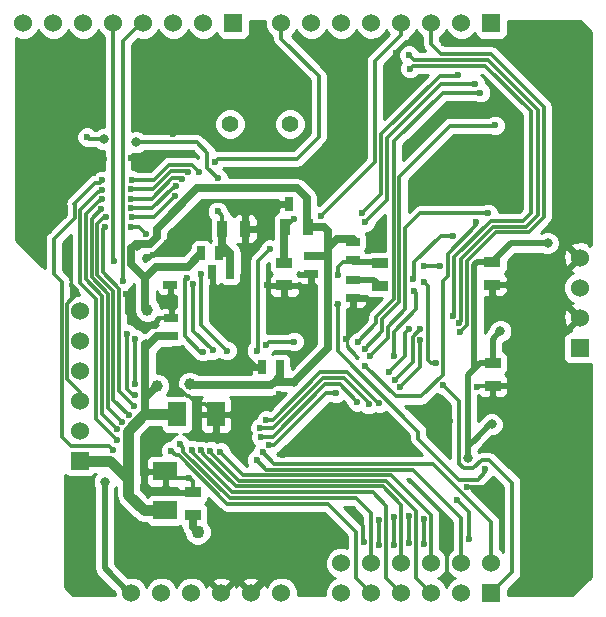
<source format=gbl>
G04 (created by PCBNEW (2013-07-07 BZR 4022)-stable) date 23/05/2015 19:38:58*
%MOIN*%
G04 Gerber Fmt 3.4, Leading zero omitted, Abs format*
%FSLAX34Y34*%
G01*
G70*
G90*
G04 APERTURE LIST*
%ADD10C,0.00590551*%
%ADD11R,0.08X0.06*%
%ADD12R,0.06X0.08*%
%ADD13R,0.035X0.055*%
%ADD14R,0.055X0.035*%
%ADD15R,0.025X0.045*%
%ADD16R,0.045X0.025*%
%ADD17R,0.06X0.06*%
%ADD18C,0.06*%
%ADD19C,0.056*%
%ADD20C,0.023622*%
%ADD21C,0.0314961*%
%ADD22C,0.0393701*%
%ADD23C,0.0433071*%
%ADD24C,0.011811*%
%ADD25C,0.019685*%
%ADD26C,0.0275591*%
%ADD27C,0.0354331*%
%ADD28C,0.00787402*%
%ADD29C,0.00866142*%
G04 APERTURE END LIST*
G54D10*
G54D11*
X83980Y-56020D03*
X83980Y-54720D03*
G54D12*
X84360Y-52820D03*
X85660Y-52820D03*
G54D13*
X88720Y-46585D03*
X87970Y-46585D03*
G54D14*
X84890Y-56165D03*
X84890Y-55415D03*
X87935Y-47770D03*
X87935Y-48520D03*
G54D13*
X85880Y-46635D03*
X86630Y-46635D03*
G54D14*
X91125Y-47785D03*
X91125Y-48535D03*
G54D15*
X87200Y-51235D03*
X87800Y-51235D03*
G54D16*
X84140Y-48495D03*
X84140Y-47895D03*
X84180Y-49615D03*
X84180Y-50215D03*
X88835Y-48145D03*
X88835Y-47545D03*
G54D15*
X85180Y-47450D03*
X85780Y-47450D03*
G54D16*
X90225Y-48335D03*
X90225Y-48935D03*
G54D15*
X86140Y-48075D03*
X85540Y-48075D03*
X88690Y-45810D03*
X88090Y-45810D03*
G54D17*
X81130Y-54370D03*
G54D18*
X81130Y-53370D03*
X81130Y-52370D03*
X81130Y-51370D03*
X81130Y-50370D03*
X81130Y-49370D03*
G54D19*
X86135Y-43140D03*
X88135Y-43140D03*
G54D17*
X94844Y-39780D03*
G54D18*
X92844Y-39780D03*
X91844Y-39780D03*
X90844Y-39780D03*
X89844Y-39780D03*
X88844Y-39780D03*
X87844Y-39780D03*
G54D17*
X86244Y-39780D03*
G54D18*
X85244Y-39780D03*
X84244Y-39780D03*
X83244Y-39780D03*
X82244Y-39780D03*
X81245Y-39780D03*
X93844Y-39780D03*
G54D17*
X94844Y-58780D03*
G54D18*
X93844Y-58780D03*
X92844Y-58780D03*
X91844Y-58780D03*
X90844Y-58780D03*
X89844Y-58780D03*
X87844Y-58780D03*
X85844Y-58780D03*
X84844Y-58780D03*
X83844Y-58780D03*
X82844Y-58780D03*
X86844Y-58780D03*
X89844Y-57780D03*
X90844Y-57780D03*
X91844Y-57780D03*
X92844Y-57780D03*
X93844Y-57780D03*
X94844Y-57780D03*
X80245Y-39780D03*
X79245Y-39780D03*
G54D14*
X94865Y-47745D03*
X94865Y-48495D03*
X94890Y-51105D03*
X94890Y-51855D03*
G54D17*
X97785Y-50595D03*
G54D18*
X97785Y-49595D03*
X97785Y-48595D03*
X97785Y-47595D03*
G54D16*
X90235Y-47055D03*
X90235Y-47655D03*
G54D20*
X92590Y-48400D03*
X92990Y-51110D03*
X93130Y-47870D03*
X92600Y-47855D03*
X81875Y-45020D03*
X82850Y-44995D03*
X85100Y-44730D03*
X84170Y-54025D03*
X82230Y-53990D03*
X82700Y-50125D03*
X82960Y-52180D03*
X87015Y-54340D03*
X87215Y-54085D03*
X82980Y-51790D03*
X82980Y-50315D03*
X84520Y-44960D03*
X82820Y-45635D03*
X81855Y-45650D03*
X82380Y-53320D03*
X84850Y-53990D03*
X82850Y-46250D03*
X85475Y-54025D03*
X82750Y-52830D03*
X82005Y-46240D03*
X84300Y-45540D03*
X84455Y-53815D03*
X82355Y-53660D03*
X81855Y-45330D03*
X82825Y-45320D03*
X84740Y-44740D03*
X85155Y-54020D03*
X82525Y-53055D03*
X81845Y-45970D03*
X82825Y-45940D03*
X84320Y-45200D03*
X81970Y-46555D03*
X82940Y-52550D03*
X85810Y-54070D03*
X82835Y-46555D03*
X83345Y-46795D03*
X84900Y-48480D03*
X85550Y-50680D03*
X85630Y-44400D03*
X85175Y-48125D03*
X86020Y-50690D03*
X92105Y-40845D03*
X93755Y-49775D03*
X92455Y-49985D03*
X91640Y-51655D03*
X90750Y-52485D03*
X87135Y-53260D03*
X87345Y-52995D03*
X93785Y-50085D03*
X92480Y-50345D03*
X91800Y-51905D03*
X91110Y-52445D03*
X90785Y-50875D03*
X94720Y-46120D03*
X90615Y-50630D03*
X94970Y-43185D03*
X94480Y-42090D03*
X90390Y-50395D03*
X94645Y-54640D03*
X89715Y-49130D03*
X84685Y-48265D03*
X85220Y-50725D03*
X87415Y-53840D03*
X94345Y-46400D03*
X90625Y-51195D03*
X89655Y-52115D03*
X90375Y-52405D03*
X91420Y-51420D03*
X92100Y-49980D03*
X93555Y-49525D03*
X92135Y-41290D03*
X87160Y-53575D03*
X89150Y-46200D03*
X87455Y-47305D03*
X87020Y-50690D03*
X85730Y-44945D03*
G54D21*
X81920Y-43650D03*
X82990Y-43750D03*
G54D20*
X81355Y-43575D03*
G54D21*
X81950Y-55080D03*
G54D20*
X94310Y-41810D03*
X90620Y-46420D03*
X92275Y-48715D03*
X91585Y-50875D03*
X93245Y-51845D03*
X93570Y-46865D03*
X92240Y-48295D03*
X82260Y-47700D03*
X82570Y-48380D03*
X93720Y-41505D03*
X90515Y-46120D03*
G54D21*
X94850Y-53150D03*
X95145Y-50035D03*
X96715Y-47105D03*
X94065Y-54255D03*
G54D22*
X83375Y-49330D03*
G54D21*
X83045Y-47205D03*
G54D22*
X84790Y-51800D03*
X83705Y-51870D03*
G54D21*
X83335Y-50470D03*
X88265Y-51740D03*
X89430Y-47155D03*
G54D23*
X82740Y-54980D03*
G54D20*
X85715Y-46050D03*
X87335Y-50500D03*
X88270Y-50390D03*
X80705Y-47220D03*
X81215Y-44780D03*
X82680Y-48820D03*
X84770Y-54930D03*
X93465Y-53025D03*
X94355Y-51920D03*
X92390Y-54135D03*
X90240Y-53945D03*
X90260Y-52830D03*
X87895Y-54155D03*
X89670Y-53290D03*
X88450Y-50930D03*
X90010Y-50320D03*
X87375Y-48500D03*
X83570Y-47505D03*
X83625Y-49855D03*
X88045Y-49995D03*
X87765Y-52145D03*
X91120Y-47165D03*
X87420Y-58090D03*
X88610Y-58250D03*
X89080Y-57210D03*
X93080Y-52640D03*
X96325Y-53830D03*
X97755Y-53850D03*
X90250Y-53345D03*
X90280Y-56100D03*
X90600Y-57070D03*
X91085Y-56330D03*
X91105Y-57170D03*
X91595Y-57160D03*
X91600Y-56250D03*
X92100Y-56205D03*
X92100Y-57105D03*
X92605Y-57140D03*
X92585Y-56300D03*
X93350Y-56490D03*
X93345Y-58300D03*
X94090Y-56965D03*
X93690Y-55670D03*
X94030Y-55240D03*
X95105Y-55555D03*
X96780Y-58710D03*
X96120Y-57925D03*
X97745Y-57970D03*
X97660Y-56460D03*
X96040Y-56420D03*
X96140Y-55270D03*
X97730Y-55290D03*
X95195Y-53835D03*
X96070Y-52750D03*
X96840Y-50790D03*
X96600Y-49530D03*
X95210Y-49400D03*
X91460Y-42300D03*
X91450Y-41260D03*
X90210Y-40700D03*
X91030Y-40370D03*
X93270Y-40430D03*
X92400Y-40410D03*
X91660Y-40760D03*
X94280Y-40380D03*
X96790Y-41100D03*
X95760Y-40840D03*
X96030Y-39980D03*
X97560Y-40060D03*
X97830Y-40950D03*
X97235Y-45460D03*
X97960Y-44585D03*
X97055Y-44045D03*
X92395Y-45390D03*
X94975Y-45390D03*
X95830Y-44535D03*
X95195Y-43975D03*
X94250Y-42685D03*
X92640Y-43360D03*
X83610Y-41180D03*
X88790Y-44450D03*
X89640Y-43820D03*
X90600Y-43540D03*
X90470Y-42240D03*
X89450Y-42300D03*
X89210Y-41110D03*
X87120Y-43270D03*
X87705Y-40770D03*
X86400Y-40810D03*
X84910Y-42080D03*
X84980Y-40680D03*
X80110Y-46690D03*
X80130Y-45750D03*
X79360Y-44780D03*
X84225Y-43465D03*
X83110Y-43080D03*
X80180Y-44280D03*
X80150Y-42750D03*
X80140Y-41840D03*
X79220Y-41770D03*
X79420Y-40820D03*
X80360Y-40770D03*
X81010Y-41390D03*
X81215Y-42495D03*
X81880Y-43050D03*
X84035Y-47095D03*
X86485Y-45885D03*
X84685Y-46395D03*
X81915Y-44295D03*
X82815Y-44270D03*
X83460Y-44235D03*
X86655Y-47530D03*
X85610Y-48810D03*
X86525Y-49245D03*
X83940Y-51245D03*
X80940Y-55095D03*
X82840Y-56970D03*
X86740Y-56690D03*
X85900Y-56650D03*
X84430Y-57240D03*
X81370Y-56500D03*
X81540Y-58560D03*
X80770Y-57680D03*
X80850Y-56490D03*
X88270Y-46290D03*
X89730Y-48185D03*
G54D23*
X85055Y-56730D03*
G54D24*
X92730Y-48540D02*
X92730Y-49300D01*
X92590Y-48400D02*
X92730Y-48540D01*
X92730Y-51010D02*
X92830Y-51110D01*
X92730Y-49300D02*
X92730Y-51010D01*
X92830Y-51110D02*
X92990Y-51110D01*
X92615Y-47870D02*
X93130Y-47870D01*
X92600Y-47855D02*
X92615Y-47870D01*
X80525Y-48825D02*
X80525Y-48400D01*
X80950Y-46285D02*
X80950Y-45775D01*
X80255Y-46980D02*
X80950Y-46285D01*
X80255Y-48130D02*
X80255Y-46980D01*
X80525Y-48400D02*
X80255Y-48130D01*
X81635Y-45090D02*
X80950Y-45775D01*
X81805Y-45090D02*
X81635Y-45090D01*
X81875Y-45020D02*
X81805Y-45090D01*
X83600Y-44995D02*
X82850Y-44995D01*
X84100Y-44495D02*
X83600Y-44995D01*
X84865Y-44495D02*
X84100Y-44495D01*
X85100Y-44730D02*
X84865Y-44495D01*
X80950Y-45775D02*
X80935Y-45790D01*
X80525Y-53560D02*
X80590Y-53625D01*
X80525Y-48810D02*
X80525Y-48825D01*
X80525Y-48825D02*
X80525Y-53560D01*
X90340Y-58275D02*
X90844Y-58780D01*
X90340Y-56740D02*
X90340Y-58275D01*
X89405Y-55805D02*
X90340Y-56740D01*
X86040Y-55805D02*
X89405Y-55805D01*
X84415Y-54180D02*
X86040Y-55805D01*
X84325Y-54180D02*
X84415Y-54180D01*
X84170Y-54025D02*
X84325Y-54180D01*
X82110Y-53870D02*
X82230Y-53990D01*
X80835Y-53870D02*
X82110Y-53870D01*
X80590Y-53625D02*
X80835Y-53870D01*
X82700Y-50125D02*
X82700Y-51975D01*
X82700Y-51975D02*
X82905Y-52180D01*
X82905Y-52180D02*
X82960Y-52180D01*
X87015Y-54340D02*
X87330Y-54655D01*
X87330Y-54655D02*
X92215Y-54655D01*
X92215Y-54655D02*
X93844Y-56284D01*
X93844Y-57780D02*
X93844Y-56284D01*
X94844Y-56414D02*
X94844Y-57780D01*
X92900Y-54470D02*
X94844Y-56414D01*
X87600Y-54470D02*
X92900Y-54470D01*
X87215Y-54085D02*
X87600Y-54470D01*
X82980Y-50315D02*
X82980Y-51790D01*
X84520Y-44960D02*
X84505Y-44945D01*
X84505Y-44945D02*
X84210Y-44945D01*
X84210Y-44945D02*
X83520Y-45635D01*
X83520Y-45635D02*
X82820Y-45635D01*
X81855Y-45650D02*
X81800Y-45705D01*
X81800Y-45705D02*
X81750Y-45705D01*
X81750Y-45705D02*
X81320Y-46135D01*
X81320Y-46135D02*
X81320Y-48320D01*
X81320Y-48320D02*
X81875Y-48875D01*
X81875Y-48875D02*
X81875Y-52815D01*
X81875Y-52815D02*
X82380Y-53320D01*
X91345Y-58280D02*
X91844Y-58780D01*
X91345Y-55855D02*
X91345Y-58280D01*
X90890Y-55400D02*
X91345Y-55855D01*
X86185Y-55400D02*
X90890Y-55400D01*
X84905Y-54120D02*
X86185Y-55400D01*
X84905Y-54045D02*
X84905Y-54120D01*
X84850Y-53990D02*
X84905Y-54045D01*
X82860Y-46250D02*
X82850Y-46250D01*
X92345Y-58280D02*
X92844Y-58780D01*
X92345Y-56035D02*
X92345Y-58280D01*
X91335Y-55025D02*
X92345Y-56035D01*
X86420Y-55025D02*
X91335Y-55025D01*
X85510Y-54115D02*
X86420Y-55025D01*
X85510Y-54060D02*
X85510Y-54115D01*
X85475Y-54025D02*
X85510Y-54060D01*
X82245Y-52325D02*
X82750Y-52830D01*
X82245Y-48710D02*
X82245Y-52325D01*
X81710Y-48175D02*
X82245Y-48710D01*
X81710Y-46455D02*
X81710Y-48175D01*
X81900Y-46265D02*
X81710Y-46455D01*
X81980Y-46265D02*
X81900Y-46265D01*
X82005Y-46240D02*
X81980Y-46265D01*
X83590Y-46250D02*
X82860Y-46250D01*
X84300Y-45540D02*
X83590Y-46250D01*
X90844Y-56114D02*
X90844Y-57780D01*
X90345Y-55615D02*
X90844Y-56114D01*
X86115Y-55615D02*
X90345Y-55615D01*
X84580Y-54080D02*
X86115Y-55615D01*
X84580Y-53940D02*
X84580Y-54080D01*
X84455Y-53815D02*
X84580Y-53940D01*
X81680Y-52985D02*
X82355Y-53660D01*
X81680Y-48972D02*
X81680Y-52985D01*
X81130Y-48422D02*
X81680Y-48972D01*
X81130Y-46020D02*
X81130Y-48422D01*
X81730Y-45420D02*
X81130Y-46020D01*
X81765Y-45420D02*
X81730Y-45420D01*
X81855Y-45330D02*
X81765Y-45420D01*
X83555Y-45320D02*
X82825Y-45320D01*
X84160Y-44715D02*
X83555Y-45320D01*
X84715Y-44715D02*
X84160Y-44715D01*
X84740Y-44740D02*
X84715Y-44715D01*
X91844Y-55824D02*
X91844Y-57780D01*
X91230Y-55210D02*
X91844Y-55824D01*
X86320Y-55210D02*
X91230Y-55210D01*
X85245Y-54135D02*
X86320Y-55210D01*
X85245Y-54110D02*
X85245Y-54135D01*
X85155Y-54020D02*
X85245Y-54110D01*
X82060Y-52590D02*
X82525Y-53055D01*
X82060Y-48790D02*
X82060Y-52590D01*
X81515Y-48245D02*
X82060Y-48790D01*
X81515Y-46300D02*
X81515Y-48245D01*
X81845Y-45970D02*
X81515Y-46300D01*
X83545Y-45940D02*
X82825Y-45940D01*
X84230Y-45255D02*
X83545Y-45940D01*
X84265Y-45255D02*
X84230Y-45255D01*
X84320Y-45200D02*
X84265Y-45255D01*
X81970Y-46555D02*
X81900Y-46625D01*
X81900Y-46625D02*
X81900Y-48085D01*
X81900Y-48085D02*
X82440Y-48625D01*
X82440Y-48625D02*
X82440Y-52050D01*
X82440Y-52050D02*
X82940Y-52550D01*
X85810Y-54070D02*
X86580Y-54840D01*
X86580Y-54840D02*
X91500Y-54840D01*
X91500Y-54840D02*
X92844Y-56184D01*
X92844Y-56184D02*
X92844Y-57780D01*
X83105Y-46555D02*
X82835Y-46555D01*
X83345Y-46795D02*
X83105Y-46555D01*
X84900Y-50030D02*
X84900Y-48480D01*
X85550Y-50680D02*
X84900Y-50030D01*
X87844Y-40294D02*
X87844Y-39780D01*
X89100Y-41550D02*
X87844Y-40294D01*
X89100Y-43560D02*
X89100Y-41550D01*
X88370Y-44290D02*
X89100Y-43560D01*
X85740Y-44290D02*
X88370Y-44290D01*
X85630Y-44400D02*
X85740Y-44290D01*
X85175Y-49845D02*
X85175Y-48125D01*
X86020Y-50690D02*
X85175Y-49845D01*
X87135Y-53260D02*
X87580Y-53260D01*
X92265Y-41005D02*
X92105Y-40845D01*
X94740Y-41005D02*
X92265Y-41005D01*
X96390Y-42655D02*
X94740Y-41005D01*
X96390Y-46172D02*
X96390Y-42655D01*
X96007Y-46555D02*
X96390Y-46172D01*
X94910Y-46555D02*
X96007Y-46555D01*
X93815Y-47650D02*
X94910Y-46555D01*
X93815Y-49715D02*
X93815Y-47650D01*
X93755Y-49775D02*
X93815Y-49715D01*
X92215Y-50225D02*
X92455Y-49985D01*
X92215Y-51080D02*
X92215Y-50225D01*
X91640Y-51655D02*
X92215Y-51080D01*
X90750Y-52425D02*
X90750Y-52485D01*
X89930Y-51605D02*
X90750Y-52425D01*
X89235Y-51605D02*
X89930Y-51605D01*
X87580Y-53260D02*
X89235Y-51605D01*
X87135Y-53260D02*
X87135Y-53255D01*
X87345Y-52995D02*
X87555Y-52995D01*
X92844Y-40484D02*
X92844Y-39780D01*
X93170Y-40810D02*
X92844Y-40484D01*
X94845Y-40810D02*
X93170Y-40810D01*
X96600Y-42565D02*
X94845Y-40810D01*
X96600Y-46230D02*
X96600Y-42565D01*
X96090Y-46740D02*
X96600Y-46230D01*
X95000Y-46740D02*
X96090Y-46740D01*
X94020Y-47720D02*
X95000Y-46740D01*
X94020Y-49850D02*
X94020Y-47720D01*
X93785Y-50085D02*
X94020Y-49850D01*
X92480Y-51225D02*
X92480Y-50345D01*
X91800Y-51905D02*
X92480Y-51225D01*
X91075Y-52445D02*
X91110Y-52445D01*
X90040Y-51410D02*
X91075Y-52445D01*
X89140Y-51410D02*
X90040Y-51410D01*
X87555Y-52995D02*
X89140Y-51410D01*
X91392Y-50267D02*
X91392Y-49887D01*
X90785Y-50875D02*
X91392Y-50267D01*
X92470Y-46120D02*
X94720Y-46120D01*
X91970Y-46620D02*
X92470Y-46120D01*
X91970Y-49310D02*
X91970Y-46620D01*
X91392Y-49887D02*
X91970Y-49310D01*
X91205Y-50040D02*
X91205Y-49650D01*
X90615Y-50630D02*
X91205Y-50040D01*
X91205Y-49650D02*
X91780Y-49075D01*
X91780Y-49075D02*
X91780Y-44890D01*
X91780Y-44890D02*
X93470Y-43200D01*
X93470Y-43200D02*
X94530Y-43200D01*
X94955Y-43200D02*
X94530Y-43200D01*
X94970Y-43185D02*
X94955Y-43200D01*
X91600Y-48835D02*
X91600Y-43720D01*
X91600Y-43720D02*
X93230Y-42090D01*
X93230Y-42090D02*
X94480Y-42090D01*
X91600Y-48975D02*
X91600Y-48835D01*
X91010Y-49565D02*
X91600Y-48975D01*
X91010Y-49775D02*
X91010Y-49565D01*
X90390Y-50395D02*
X91010Y-49775D01*
X94645Y-54640D02*
X94645Y-54740D01*
X92405Y-53630D02*
X92405Y-53390D01*
X93770Y-54995D02*
X92405Y-53630D01*
X94390Y-54995D02*
X93770Y-54995D01*
X94645Y-54740D02*
X94390Y-54995D01*
X89715Y-50700D02*
X92405Y-53390D01*
X89715Y-49130D02*
X89715Y-50700D01*
X89715Y-49130D02*
X89680Y-49165D01*
X85140Y-50725D02*
X84635Y-50220D01*
X84635Y-50220D02*
X84635Y-48315D01*
X84635Y-48315D02*
X84685Y-48265D01*
X85220Y-50725D02*
X85140Y-50725D01*
X87415Y-53840D02*
X87610Y-53840D01*
X94345Y-46510D02*
X94345Y-46400D01*
X93390Y-47465D02*
X94345Y-46510D01*
X93390Y-48215D02*
X93390Y-47465D01*
X93240Y-48365D02*
X93390Y-48215D01*
X93240Y-51490D02*
X93240Y-48365D01*
X92510Y-52220D02*
X93240Y-51490D01*
X91650Y-52220D02*
X92510Y-52220D01*
X90625Y-51195D02*
X91650Y-52220D01*
X89335Y-52115D02*
X89655Y-52115D01*
X87610Y-53840D02*
X89335Y-52115D01*
X87550Y-53575D02*
X89305Y-51820D01*
X89305Y-51820D02*
X89790Y-51820D01*
X89790Y-51820D02*
X90375Y-52405D01*
X91420Y-51420D02*
X91970Y-50870D01*
X91970Y-50870D02*
X91970Y-50110D01*
X91970Y-50110D02*
X92100Y-49980D01*
X93555Y-49525D02*
X93605Y-49475D01*
X93605Y-49475D02*
X93605Y-47570D01*
X93605Y-47570D02*
X94815Y-46360D01*
X94815Y-46360D02*
X95885Y-46360D01*
X95885Y-46360D02*
X96150Y-46095D01*
X96150Y-46095D02*
X96150Y-42705D01*
X96150Y-42705D02*
X94645Y-41200D01*
X94645Y-41200D02*
X92225Y-41200D01*
X92225Y-41200D02*
X92135Y-41290D01*
X87160Y-53575D02*
X87550Y-53575D01*
X91844Y-40155D02*
X91844Y-39780D01*
X90950Y-41050D02*
X91844Y-40155D01*
X90950Y-44400D02*
X90950Y-41050D01*
X89150Y-46200D02*
X90950Y-44400D01*
X87065Y-47695D02*
X87455Y-47305D01*
X87065Y-50645D02*
X87065Y-47695D01*
X87020Y-50690D02*
X87065Y-50645D01*
X81920Y-43650D02*
X81430Y-43650D01*
X85030Y-43750D02*
X85380Y-44100D01*
X85380Y-44100D02*
X85380Y-44595D01*
X85380Y-44595D02*
X85730Y-44945D01*
X84535Y-43750D02*
X83850Y-43750D01*
X83850Y-43750D02*
X82990Y-43750D01*
X84535Y-43750D02*
X85030Y-43750D01*
X81430Y-43650D02*
X81355Y-43575D01*
G54D25*
X82780Y-58780D02*
X81950Y-57950D01*
X81950Y-57950D02*
X81950Y-55080D01*
X82844Y-58780D02*
X82780Y-58780D01*
G54D24*
X93170Y-41810D02*
X94310Y-41810D01*
X91370Y-43610D02*
X93170Y-41810D01*
X91370Y-45670D02*
X91370Y-43610D01*
X90620Y-46420D02*
X91370Y-45670D01*
X93765Y-53815D02*
X93765Y-54465D01*
X92275Y-48715D02*
X92335Y-48775D01*
X92335Y-48775D02*
X92335Y-49305D01*
X92335Y-49305D02*
X91585Y-50055D01*
X91585Y-50055D02*
X91585Y-50875D01*
X93245Y-51845D02*
X93765Y-52365D01*
X93765Y-52365D02*
X93765Y-53815D01*
X95540Y-58084D02*
X94844Y-58780D01*
X95540Y-55100D02*
X95540Y-58084D01*
X94775Y-54335D02*
X95540Y-55100D01*
X94530Y-54335D02*
X94775Y-54335D01*
X94245Y-54620D02*
X94530Y-54335D01*
X93920Y-54620D02*
X94245Y-54620D01*
X93765Y-54465D02*
X93920Y-54620D01*
X93150Y-46865D02*
X93570Y-46865D01*
X92275Y-47740D02*
X93150Y-46865D01*
X92275Y-48260D02*
X92275Y-47740D01*
X92240Y-48295D02*
X92275Y-48260D01*
X82244Y-47684D02*
X82244Y-39780D01*
X82260Y-47700D02*
X82244Y-47684D01*
X83244Y-39780D02*
X83165Y-39780D01*
X82570Y-40375D02*
X82570Y-48380D01*
X83165Y-39780D02*
X82570Y-40375D01*
X93685Y-41540D02*
X93720Y-41505D01*
X93120Y-41540D02*
X93685Y-41540D01*
X91180Y-43480D02*
X93120Y-41540D01*
X91180Y-45455D02*
X91180Y-43480D01*
X90515Y-46120D02*
X91180Y-45455D01*
G54D25*
X94285Y-53660D02*
X94285Y-53655D01*
X94065Y-53880D02*
X94285Y-53660D01*
X94790Y-53150D02*
X94850Y-53150D01*
X94285Y-53655D02*
X94790Y-53150D01*
X94065Y-54255D02*
X94065Y-53880D01*
X94065Y-53880D02*
X94065Y-51500D01*
X94065Y-51500D02*
X94277Y-51287D01*
X94890Y-51105D02*
X94890Y-50290D01*
X94890Y-50290D02*
X95145Y-50035D01*
X95490Y-47120D02*
X94865Y-47745D01*
X96700Y-47120D02*
X95490Y-47120D01*
X96715Y-47105D02*
X96700Y-47120D01*
X94277Y-51287D02*
X94277Y-47832D01*
X94277Y-47832D02*
X94365Y-47745D01*
X94365Y-47745D02*
X94865Y-47745D01*
X94460Y-51105D02*
X94890Y-51105D01*
X94277Y-51287D02*
X94460Y-51105D01*
X94260Y-51305D02*
X94277Y-51287D01*
G54D26*
X83300Y-49255D02*
X83300Y-48305D01*
X83375Y-49330D02*
X83300Y-49255D01*
G54D24*
X83045Y-47205D02*
X83045Y-47125D01*
G54D26*
X82835Y-47789D02*
X82835Y-47289D01*
X83300Y-48254D02*
X82835Y-47789D01*
X82825Y-47280D02*
X82825Y-47289D01*
X82835Y-47289D02*
X82825Y-47280D01*
G54D24*
X82930Y-47215D02*
X82930Y-47185D01*
G54D26*
X83685Y-47895D02*
X83659Y-47895D01*
X84140Y-47895D02*
X83685Y-47895D01*
X83659Y-47895D02*
X83300Y-48254D01*
X83300Y-48305D02*
X83300Y-48254D01*
X83465Y-47125D02*
X83685Y-46905D01*
X82990Y-47125D02*
X83045Y-47125D01*
X83045Y-47125D02*
X83465Y-47125D01*
X82825Y-47289D02*
X82990Y-47125D01*
X88690Y-45810D02*
X88690Y-45615D01*
X88690Y-45615D02*
X88360Y-45285D01*
X88360Y-45285D02*
X85025Y-45285D01*
X85025Y-45285D02*
X83685Y-46625D01*
X83685Y-46625D02*
X83685Y-46905D01*
X82835Y-47280D02*
X82825Y-47289D01*
X83300Y-52170D02*
X83405Y-52170D01*
X87500Y-51850D02*
X87617Y-51732D01*
X84840Y-51850D02*
X87500Y-51850D01*
X84790Y-51800D02*
X84840Y-51850D01*
X83405Y-52170D02*
X83705Y-51870D01*
G54D24*
X83335Y-50470D02*
X83300Y-50470D01*
X88265Y-51732D02*
X88277Y-51732D01*
X88265Y-51740D02*
X88265Y-51732D01*
X89430Y-47155D02*
X89390Y-47155D01*
G54D26*
X88690Y-45810D02*
X88690Y-46555D01*
X88690Y-46555D02*
X88720Y-46585D01*
X89390Y-47285D02*
X89390Y-47155D01*
X89390Y-47155D02*
X89390Y-46695D01*
X89280Y-46585D02*
X88720Y-46585D01*
X89390Y-46695D02*
X89280Y-46585D01*
X89390Y-47635D02*
X89390Y-47285D01*
X89695Y-46980D02*
X90235Y-46980D01*
X89390Y-47285D02*
X89695Y-46980D01*
X87617Y-51732D02*
X88277Y-51732D01*
X89300Y-47545D02*
X88835Y-47545D01*
X89390Y-47635D02*
X89300Y-47545D01*
X89390Y-50620D02*
X89390Y-47635D01*
X88277Y-51732D02*
X89390Y-50620D01*
X87800Y-51550D02*
X87800Y-51235D01*
X87617Y-51732D02*
X87800Y-51550D01*
X87615Y-51735D02*
X87617Y-51732D01*
X84140Y-47895D02*
X84735Y-47895D01*
X84735Y-47895D02*
X85180Y-47450D01*
X83300Y-50610D02*
X83300Y-50470D01*
X83300Y-48305D02*
X83300Y-48280D01*
X83300Y-52820D02*
X83300Y-52170D01*
X83300Y-52170D02*
X83300Y-50610D01*
X83695Y-50215D02*
X84180Y-50215D01*
X83300Y-50610D02*
X83695Y-50215D01*
G54D27*
X82740Y-54980D02*
X82740Y-53360D01*
X83280Y-52820D02*
X83300Y-52820D01*
X83300Y-52820D02*
X84360Y-52820D01*
X82740Y-53360D02*
X83280Y-52820D01*
X82740Y-54980D02*
X82740Y-55490D01*
X83270Y-56020D02*
X83980Y-56020D01*
X82740Y-55490D02*
X83270Y-56020D01*
X82130Y-54370D02*
X81130Y-54370D01*
X82740Y-54980D02*
X82130Y-54370D01*
G54D24*
X85880Y-46635D02*
X85880Y-46215D01*
X85880Y-46215D02*
X85715Y-46050D01*
G54D26*
X86145Y-47450D02*
X86145Y-48070D01*
X86145Y-48070D02*
X86140Y-48075D01*
X85880Y-46635D02*
X85880Y-47185D01*
X85880Y-47185D02*
X86145Y-47450D01*
X85780Y-47450D02*
X86145Y-47450D01*
G54D24*
X87335Y-50500D02*
X87445Y-50390D01*
X87445Y-50390D02*
X88270Y-50390D01*
G54D28*
X80830Y-47345D02*
X80830Y-48470D01*
X80705Y-47220D02*
X80830Y-47345D01*
G54D24*
X81040Y-48785D02*
X81040Y-48680D01*
X81040Y-48680D02*
X80830Y-48470D01*
X80830Y-48540D02*
X81015Y-48725D01*
X80830Y-48470D02*
X80830Y-48540D01*
X81130Y-52370D02*
X81130Y-52067D01*
X80702Y-49122D02*
X81040Y-48785D01*
X81040Y-48785D02*
X81050Y-48775D01*
X80702Y-51640D02*
X80702Y-49122D01*
X81130Y-52067D02*
X80702Y-51640D01*
X80180Y-44590D02*
X80180Y-44280D01*
X80455Y-44865D02*
X80180Y-44590D01*
X81130Y-44865D02*
X80455Y-44865D01*
X81215Y-44780D02*
X81130Y-44865D01*
X83625Y-49855D02*
X83115Y-49855D01*
X82695Y-48835D02*
X82680Y-48820D01*
X82695Y-49435D02*
X82695Y-48835D01*
X83115Y-49855D02*
X82695Y-49435D01*
X84770Y-54930D02*
X84190Y-54930D01*
X84190Y-54930D02*
X83980Y-54720D01*
X84890Y-55415D02*
X84890Y-55050D01*
X84890Y-55050D02*
X84770Y-54930D01*
X94890Y-51855D02*
X94420Y-51855D01*
X93485Y-53005D02*
X93485Y-52995D01*
X93465Y-53025D02*
X93485Y-53005D01*
X94420Y-51855D02*
X94355Y-51920D01*
X92340Y-54085D02*
X92260Y-54085D01*
X92390Y-54135D02*
X92340Y-54085D01*
X90250Y-53345D02*
X90250Y-53935D01*
X90250Y-53935D02*
X90240Y-53945D01*
X90260Y-52830D02*
X90260Y-52825D01*
X87895Y-54155D02*
X89210Y-54155D01*
X89670Y-53695D02*
X89670Y-53290D01*
X89210Y-54155D02*
X89670Y-53695D01*
X90225Y-48935D02*
X90225Y-50105D01*
X90225Y-50105D02*
X90010Y-50320D01*
X87395Y-48520D02*
X87935Y-48520D01*
X87375Y-48500D02*
X87395Y-48520D01*
X83980Y-47095D02*
X84035Y-47095D01*
X83570Y-47505D02*
X83980Y-47095D01*
X83740Y-49615D02*
X84180Y-49615D01*
X83665Y-49690D02*
X83740Y-49615D01*
X83665Y-49815D02*
X83665Y-49690D01*
X83625Y-49855D02*
X83665Y-49815D01*
X87935Y-49885D02*
X87935Y-48520D01*
X87935Y-49885D02*
X88045Y-49995D01*
X86385Y-52820D02*
X85660Y-52820D01*
X86770Y-52435D02*
X86385Y-52820D01*
X87475Y-52435D02*
X86770Y-52435D01*
X87765Y-52145D02*
X87475Y-52435D01*
X83940Y-51245D02*
X83940Y-51480D01*
X85305Y-52465D02*
X85660Y-52820D01*
X85025Y-52465D02*
X85305Y-52465D01*
X84765Y-52205D02*
X85025Y-52465D01*
X84690Y-52205D02*
X84765Y-52205D01*
X84410Y-51925D02*
X84690Y-52205D01*
X84385Y-51925D02*
X84410Y-51925D01*
X83940Y-51480D02*
X84385Y-51925D01*
X88610Y-58250D02*
X89080Y-57780D01*
X89080Y-57780D02*
X89080Y-57210D01*
X93485Y-52995D02*
X93345Y-52855D01*
X93485Y-53045D02*
X93485Y-52995D01*
X93080Y-52640D02*
X93485Y-53045D01*
X97755Y-53850D02*
X97755Y-55265D01*
X96325Y-53830D02*
X96345Y-53850D01*
X96345Y-53850D02*
X97755Y-53850D01*
X90255Y-53340D02*
X90260Y-53340D01*
X90250Y-53345D02*
X90255Y-53340D01*
X90280Y-56235D02*
X90280Y-56100D01*
X90580Y-56535D02*
X90280Y-56235D01*
X90580Y-57050D02*
X90580Y-56535D01*
X90600Y-57070D02*
X90580Y-57050D01*
X91085Y-57150D02*
X91085Y-56330D01*
X91105Y-57170D02*
X91085Y-57150D01*
X91595Y-56255D02*
X91595Y-57160D01*
X91600Y-56250D02*
X91595Y-56255D01*
X92100Y-57105D02*
X92100Y-56205D01*
X92605Y-56320D02*
X92605Y-57140D01*
X92585Y-56300D02*
X92605Y-56320D01*
X93350Y-58295D02*
X93350Y-56490D01*
X93345Y-58300D02*
X93350Y-58295D01*
X94090Y-56070D02*
X94090Y-56965D01*
X93690Y-55670D02*
X94090Y-56070D01*
X94790Y-55240D02*
X94030Y-55240D01*
X95105Y-55555D02*
X94790Y-55240D01*
X96780Y-58585D02*
X96780Y-58710D01*
X96120Y-57925D02*
X96780Y-58585D01*
X97745Y-56545D02*
X97745Y-57970D01*
X97660Y-56460D02*
X97745Y-56545D01*
X96040Y-55370D02*
X96040Y-56420D01*
X96140Y-55270D02*
X96040Y-55370D01*
X97755Y-55265D02*
X97730Y-55290D01*
X95190Y-53830D02*
X95180Y-53830D01*
X95195Y-53835D02*
X95190Y-53830D01*
X96840Y-50790D02*
X96840Y-51980D01*
X96840Y-51980D02*
X96070Y-52750D01*
X94865Y-48495D02*
X94865Y-49055D01*
X96840Y-49770D02*
X96840Y-50790D01*
X96600Y-49530D02*
X96840Y-49770D01*
X94865Y-49055D02*
X95210Y-49400D01*
X91460Y-42300D02*
X91450Y-42290D01*
X91450Y-42290D02*
X91450Y-41260D01*
X90210Y-40700D02*
X90540Y-40370D01*
X90540Y-40370D02*
X91030Y-40370D01*
X93320Y-40380D02*
X93270Y-40430D01*
X93320Y-40380D02*
X94280Y-40380D01*
X92010Y-40410D02*
X92400Y-40410D01*
X91660Y-40760D02*
X92010Y-40410D01*
X95760Y-40840D02*
X95430Y-40840D01*
X95430Y-40840D02*
X94970Y-40380D01*
X94970Y-40380D02*
X94280Y-40380D01*
X95760Y-40250D02*
X95760Y-40840D01*
X96030Y-39980D02*
X95760Y-40250D01*
X97560Y-40680D02*
X97560Y-40060D01*
X97830Y-40950D02*
X97560Y-40680D01*
X97250Y-45445D02*
X97250Y-45410D01*
X97235Y-45460D02*
X97250Y-45445D01*
X97595Y-44585D02*
X97960Y-44585D01*
X97055Y-44045D02*
X97595Y-44585D01*
X92640Y-43360D02*
X92670Y-43360D01*
X94975Y-45390D02*
X92395Y-45390D01*
X95755Y-44535D02*
X95830Y-44535D01*
X95195Y-43975D02*
X95755Y-44535D01*
X93345Y-42685D02*
X94250Y-42685D01*
X92670Y-43360D02*
X93345Y-42685D01*
X92640Y-43360D02*
X92660Y-43360D01*
X83610Y-41180D02*
X84480Y-41180D01*
X89010Y-44450D02*
X88790Y-44450D01*
X89640Y-43820D02*
X89010Y-44450D01*
X90600Y-42370D02*
X90600Y-43540D01*
X90470Y-42240D02*
X90600Y-42370D01*
X89450Y-41350D02*
X89450Y-42300D01*
X89210Y-41110D02*
X89450Y-41350D01*
X87120Y-41240D02*
X87120Y-43270D01*
X87330Y-41030D02*
X87120Y-41240D01*
X87445Y-41030D02*
X87330Y-41030D01*
X87705Y-40770D02*
X87445Y-41030D01*
X86180Y-40810D02*
X86400Y-40810D01*
X84910Y-42080D02*
X86180Y-40810D01*
X84480Y-41180D02*
X84980Y-40680D01*
X80110Y-45770D02*
X80110Y-46690D01*
X80130Y-45750D02*
X80110Y-45770D01*
X79680Y-44780D02*
X79360Y-44780D01*
X80180Y-44280D02*
X79680Y-44780D01*
X84225Y-43465D02*
X83840Y-43080D01*
X83840Y-43080D02*
X83110Y-43080D01*
X80150Y-41850D02*
X80150Y-42750D01*
X80140Y-41840D02*
X80150Y-41850D01*
X79220Y-41020D02*
X79220Y-41770D01*
X79420Y-40820D02*
X79220Y-41020D01*
X80390Y-40770D02*
X80360Y-40770D01*
X81010Y-41390D02*
X80390Y-40770D01*
X81325Y-42495D02*
X81215Y-42495D01*
X81880Y-43050D02*
X81325Y-42495D01*
X84685Y-46555D02*
X84135Y-47105D01*
X84135Y-47105D02*
X84045Y-47105D01*
X84045Y-47105D02*
X84035Y-47095D01*
X86485Y-45885D02*
X86175Y-45885D01*
X86630Y-46030D02*
X86485Y-45885D01*
X86630Y-46635D02*
X86630Y-46030D01*
X85390Y-45690D02*
X84685Y-46395D01*
X85980Y-45690D02*
X85390Y-45690D01*
X86175Y-45885D02*
X85980Y-45690D01*
X84685Y-46395D02*
X84685Y-46555D01*
X83425Y-44270D02*
X82815Y-44270D01*
X83460Y-44235D02*
X83425Y-44270D01*
X86525Y-49245D02*
X86525Y-48605D01*
X86655Y-48475D02*
X86655Y-47530D01*
X86525Y-48605D02*
X86655Y-48475D01*
X87200Y-51235D02*
X87030Y-51235D01*
X85540Y-48740D02*
X85540Y-48075D01*
X85610Y-48810D02*
X85540Y-48740D01*
X86525Y-50730D02*
X86525Y-49245D01*
X87030Y-51235D02*
X86525Y-50730D01*
X83950Y-51235D02*
X87200Y-51235D01*
X83940Y-51245D02*
X83950Y-51235D01*
X80850Y-56490D02*
X80850Y-55185D01*
X80850Y-55185D02*
X80940Y-55095D01*
X87420Y-57370D02*
X86740Y-56690D01*
X85900Y-56650D02*
X85310Y-57240D01*
X85310Y-57240D02*
X84430Y-57240D01*
X81370Y-56500D02*
X81360Y-56490D01*
X81360Y-56490D02*
X80850Y-56490D01*
X87420Y-58090D02*
X87420Y-57370D01*
X81540Y-58450D02*
X81540Y-58560D01*
X80770Y-57680D02*
X81540Y-58450D01*
X86844Y-58780D02*
X86844Y-58665D01*
X86844Y-58665D02*
X87420Y-58090D01*
G54D25*
X90225Y-48335D02*
X90925Y-48335D01*
X90925Y-48335D02*
X91125Y-48535D01*
G54D24*
X87975Y-46585D02*
X87970Y-46585D01*
X88270Y-46290D02*
X87975Y-46585D01*
G54D26*
X87935Y-47770D02*
X87935Y-47210D01*
X87935Y-47210D02*
X87935Y-46620D01*
X87935Y-46620D02*
X87970Y-46585D01*
G54D24*
X90235Y-47730D02*
X89900Y-47730D01*
X89730Y-47900D02*
X89730Y-48185D01*
X89900Y-47730D02*
X89730Y-47900D01*
G54D25*
X90235Y-47730D02*
X91070Y-47730D01*
X91070Y-47730D02*
X91125Y-47785D01*
G54D26*
X84890Y-56165D02*
X84890Y-56565D01*
X84890Y-56565D02*
X85055Y-56730D01*
G54D10*
G36*
X81106Y-48826D02*
X81022Y-48826D01*
X80827Y-48907D01*
X80827Y-48825D01*
X80827Y-48810D01*
X80827Y-48400D01*
X80804Y-48284D01*
X80738Y-48186D01*
X80557Y-48004D01*
X80557Y-47105D01*
X80827Y-46834D01*
X80827Y-48422D01*
X80850Y-48537D01*
X80916Y-48635D01*
X81106Y-48826D01*
X81106Y-48826D01*
G37*
G54D29*
X81106Y-48826D02*
X81022Y-48826D01*
X80827Y-48907D01*
X80827Y-48825D01*
X80827Y-48810D01*
X80827Y-48400D01*
X80804Y-48284D01*
X80738Y-48186D01*
X80557Y-48004D01*
X80557Y-47105D01*
X80827Y-46834D01*
X80827Y-48422D01*
X80850Y-48537D01*
X80916Y-48635D01*
X81106Y-48826D01*
G54D10*
G36*
X81215Y-52375D02*
X81135Y-52455D01*
X81130Y-52450D01*
X81124Y-52455D01*
X81044Y-52375D01*
X81049Y-52370D01*
X81044Y-52364D01*
X81124Y-52284D01*
X81130Y-52289D01*
X81135Y-52284D01*
X81215Y-52364D01*
X81210Y-52370D01*
X81215Y-52375D01*
X81215Y-52375D01*
G37*
G54D29*
X81215Y-52375D02*
X81135Y-52455D01*
X81130Y-52450D01*
X81124Y-52455D01*
X81044Y-52375D01*
X81049Y-52370D01*
X81044Y-52364D01*
X81124Y-52284D01*
X81130Y-52289D01*
X81135Y-52284D01*
X81215Y-52364D01*
X81210Y-52370D01*
X81215Y-52375D01*
G54D10*
G36*
X81941Y-44658D02*
X81803Y-44658D01*
X81670Y-44713D01*
X81586Y-44797D01*
X81519Y-44810D01*
X81421Y-44876D01*
X80736Y-45561D01*
X80721Y-45576D01*
X80655Y-45674D01*
X80632Y-45790D01*
X80647Y-45865D01*
X80647Y-46159D01*
X80041Y-46766D01*
X79975Y-46864D01*
X79952Y-46980D01*
X79952Y-47951D01*
X79867Y-47867D01*
X79864Y-47865D01*
X79862Y-47862D01*
X79012Y-47011D01*
X79012Y-40271D01*
X79137Y-40323D01*
X79353Y-40323D01*
X79553Y-40240D01*
X79706Y-40088D01*
X79745Y-39992D01*
X79784Y-40087D01*
X79937Y-40240D01*
X80137Y-40323D01*
X80353Y-40323D01*
X80553Y-40240D01*
X80706Y-40088D01*
X80745Y-39992D01*
X80784Y-40087D01*
X80937Y-40240D01*
X81137Y-40323D01*
X81353Y-40323D01*
X81553Y-40240D01*
X81706Y-40088D01*
X81744Y-39994D01*
X81783Y-40087D01*
X81936Y-40240D01*
X81941Y-40242D01*
X81941Y-43249D01*
X81840Y-43249D01*
X81693Y-43310D01*
X81655Y-43347D01*
X81638Y-43347D01*
X81559Y-43268D01*
X81427Y-43213D01*
X81283Y-43213D01*
X81150Y-43268D01*
X81048Y-43370D01*
X80993Y-43502D01*
X80993Y-43646D01*
X81048Y-43779D01*
X81150Y-43881D01*
X81282Y-43936D01*
X81349Y-43936D01*
X81430Y-43952D01*
X81655Y-43952D01*
X81692Y-43989D01*
X81839Y-44050D01*
X81941Y-44050D01*
X81941Y-44658D01*
X81941Y-44658D01*
G37*
G54D29*
X81941Y-44658D02*
X81803Y-44658D01*
X81670Y-44713D01*
X81586Y-44797D01*
X81519Y-44810D01*
X81421Y-44876D01*
X80736Y-45561D01*
X80721Y-45576D01*
X80655Y-45674D01*
X80632Y-45790D01*
X80647Y-45865D01*
X80647Y-46159D01*
X80041Y-46766D01*
X79975Y-46864D01*
X79952Y-46980D01*
X79952Y-47951D01*
X79867Y-47867D01*
X79864Y-47865D01*
X79862Y-47862D01*
X79012Y-47011D01*
X79012Y-40271D01*
X79137Y-40323D01*
X79353Y-40323D01*
X79553Y-40240D01*
X79706Y-40088D01*
X79745Y-39992D01*
X79784Y-40087D01*
X79937Y-40240D01*
X80137Y-40323D01*
X80353Y-40323D01*
X80553Y-40240D01*
X80706Y-40088D01*
X80745Y-39992D01*
X80784Y-40087D01*
X80937Y-40240D01*
X81137Y-40323D01*
X81353Y-40323D01*
X81553Y-40240D01*
X81706Y-40088D01*
X81744Y-39994D01*
X81783Y-40087D01*
X81936Y-40240D01*
X81941Y-40242D01*
X81941Y-43249D01*
X81840Y-43249D01*
X81693Y-43310D01*
X81655Y-43347D01*
X81638Y-43347D01*
X81559Y-43268D01*
X81427Y-43213D01*
X81283Y-43213D01*
X81150Y-43268D01*
X81048Y-43370D01*
X80993Y-43502D01*
X80993Y-43646D01*
X81048Y-43779D01*
X81150Y-43881D01*
X81282Y-43936D01*
X81349Y-43936D01*
X81430Y-43952D01*
X81655Y-43952D01*
X81692Y-43989D01*
X81839Y-44050D01*
X81941Y-44050D01*
X81941Y-44658D01*
G54D10*
G36*
X82300Y-58784D02*
X82300Y-58837D01*
X80913Y-58837D01*
X80642Y-58566D01*
X80642Y-54826D01*
X80691Y-54876D01*
X80781Y-54913D01*
X80878Y-54913D01*
X81478Y-54913D01*
X81567Y-54876D01*
X81636Y-54808D01*
X81643Y-54790D01*
X81672Y-54790D01*
X81610Y-54852D01*
X81549Y-54999D01*
X81549Y-55159D01*
X81608Y-55302D01*
X81608Y-57950D01*
X81634Y-58080D01*
X81708Y-58191D01*
X82300Y-58784D01*
X82300Y-58784D01*
G37*
G54D29*
X82300Y-58784D02*
X82300Y-58837D01*
X80913Y-58837D01*
X80642Y-58566D01*
X80642Y-54826D01*
X80691Y-54876D01*
X80781Y-54913D01*
X80878Y-54913D01*
X81478Y-54913D01*
X81567Y-54876D01*
X81636Y-54808D01*
X81643Y-54790D01*
X81672Y-54790D01*
X81610Y-54852D01*
X81549Y-54999D01*
X81549Y-55159D01*
X81608Y-55302D01*
X81608Y-57950D01*
X81634Y-58080D01*
X81708Y-58191D01*
X82300Y-58784D01*
G54D10*
G36*
X83772Y-49671D02*
X83711Y-49732D01*
X83711Y-49788D01*
X83730Y-49833D01*
X83695Y-49833D01*
X83549Y-49862D01*
X83487Y-49904D01*
X83425Y-49945D01*
X83301Y-50069D01*
X83255Y-50069D01*
X83248Y-50072D01*
X83184Y-50008D01*
X83052Y-49953D01*
X83020Y-49953D01*
X83006Y-49920D01*
X82904Y-49818D01*
X82772Y-49763D01*
X82742Y-49763D01*
X82742Y-48699D01*
X82774Y-48686D01*
X82876Y-48584D01*
X82918Y-48482D01*
X82918Y-49255D01*
X82934Y-49335D01*
X82934Y-49335D01*
X82934Y-49417D01*
X83001Y-49579D01*
X83125Y-49702D01*
X83287Y-49770D01*
X83462Y-49770D01*
X83624Y-49703D01*
X83711Y-49615D01*
X83711Y-49671D01*
X83772Y-49671D01*
X83772Y-49671D01*
G37*
G54D29*
X83772Y-49671D02*
X83711Y-49732D01*
X83711Y-49788D01*
X83730Y-49833D01*
X83695Y-49833D01*
X83549Y-49862D01*
X83487Y-49904D01*
X83425Y-49945D01*
X83301Y-50069D01*
X83255Y-50069D01*
X83248Y-50072D01*
X83184Y-50008D01*
X83052Y-49953D01*
X83020Y-49953D01*
X83006Y-49920D01*
X82904Y-49818D01*
X82772Y-49763D01*
X82742Y-49763D01*
X82742Y-48699D01*
X82774Y-48686D01*
X82876Y-48584D01*
X82918Y-48482D01*
X82918Y-49255D01*
X82934Y-49335D01*
X82934Y-49335D01*
X82934Y-49417D01*
X83001Y-49579D01*
X83125Y-49702D01*
X83287Y-49770D01*
X83462Y-49770D01*
X83624Y-49703D01*
X83711Y-49615D01*
X83711Y-49671D01*
X83772Y-49671D01*
G54D10*
G36*
X84332Y-49246D02*
X84297Y-49246D01*
X84236Y-49307D01*
X84236Y-49558D01*
X84244Y-49558D01*
X84244Y-49671D01*
X84236Y-49671D01*
X84236Y-49679D01*
X84123Y-49679D01*
X84123Y-49671D01*
X84115Y-49671D01*
X84115Y-49558D01*
X84123Y-49558D01*
X84123Y-49307D01*
X84062Y-49246D01*
X84003Y-49246D01*
X83906Y-49246D01*
X83816Y-49283D01*
X83815Y-49285D01*
X83815Y-49242D01*
X83748Y-49080D01*
X83681Y-49013D01*
X83681Y-48691D01*
X83708Y-48757D01*
X83776Y-48826D01*
X83866Y-48863D01*
X83963Y-48863D01*
X84022Y-48863D01*
X84083Y-48802D01*
X84083Y-48551D01*
X84075Y-48551D01*
X84075Y-48438D01*
X84083Y-48438D01*
X84083Y-48430D01*
X84196Y-48430D01*
X84196Y-48438D01*
X84204Y-48438D01*
X84204Y-48551D01*
X84196Y-48551D01*
X84196Y-48802D01*
X84257Y-48863D01*
X84316Y-48863D01*
X84332Y-48863D01*
X84332Y-49246D01*
X84332Y-49246D01*
G37*
G54D29*
X84332Y-49246D02*
X84297Y-49246D01*
X84236Y-49307D01*
X84236Y-49558D01*
X84244Y-49558D01*
X84244Y-49671D01*
X84236Y-49671D01*
X84236Y-49679D01*
X84123Y-49679D01*
X84123Y-49671D01*
X84115Y-49671D01*
X84115Y-49558D01*
X84123Y-49558D01*
X84123Y-49307D01*
X84062Y-49246D01*
X84003Y-49246D01*
X83906Y-49246D01*
X83816Y-49283D01*
X83815Y-49285D01*
X83815Y-49242D01*
X83748Y-49080D01*
X83681Y-49013D01*
X83681Y-48691D01*
X83708Y-48757D01*
X83776Y-48826D01*
X83866Y-48863D01*
X83963Y-48863D01*
X84022Y-48863D01*
X84083Y-48802D01*
X84083Y-48551D01*
X84075Y-48551D01*
X84075Y-48438D01*
X84083Y-48438D01*
X84083Y-48430D01*
X84196Y-48430D01*
X84196Y-48438D01*
X84204Y-48438D01*
X84204Y-48551D01*
X84196Y-48551D01*
X84196Y-48802D01*
X84257Y-48863D01*
X84316Y-48863D01*
X84332Y-48863D01*
X84332Y-49246D01*
G54D10*
G36*
X84954Y-55471D02*
X84946Y-55471D01*
X84946Y-55479D01*
X84833Y-55479D01*
X84833Y-55471D01*
X84432Y-55471D01*
X84427Y-55476D01*
X84331Y-55476D01*
X83923Y-55476D01*
X83923Y-55202D01*
X83923Y-54776D01*
X83397Y-54776D01*
X83336Y-54837D01*
X83336Y-55068D01*
X83373Y-55157D01*
X83441Y-55226D01*
X83531Y-55263D01*
X83628Y-55263D01*
X83862Y-55263D01*
X83923Y-55202D01*
X83923Y-55476D01*
X83531Y-55476D01*
X83442Y-55513D01*
X83400Y-55555D01*
X83160Y-55315D01*
X83160Y-55166D01*
X83199Y-55071D01*
X83199Y-54888D01*
X83160Y-54793D01*
X83160Y-53534D01*
X83454Y-53240D01*
X83816Y-53240D01*
X83816Y-53268D01*
X83853Y-53357D01*
X83921Y-53426D01*
X84011Y-53463D01*
X84108Y-53463D01*
X84359Y-53463D01*
X84250Y-53508D01*
X84148Y-53610D01*
X84126Y-53663D01*
X84098Y-53663D01*
X83965Y-53718D01*
X83863Y-53820D01*
X83808Y-53952D01*
X83808Y-54096D01*
X83841Y-54176D01*
X83628Y-54176D01*
X83531Y-54176D01*
X83441Y-54213D01*
X83373Y-54282D01*
X83336Y-54371D01*
X83336Y-54602D01*
X83397Y-54663D01*
X83923Y-54663D01*
X83923Y-54655D01*
X84036Y-54655D01*
X84036Y-54663D01*
X84044Y-54663D01*
X84044Y-54776D01*
X84036Y-54776D01*
X84036Y-55202D01*
X84097Y-55263D01*
X84331Y-55263D01*
X84371Y-55263D01*
X84371Y-55297D01*
X84432Y-55358D01*
X84833Y-55358D01*
X84833Y-55350D01*
X84946Y-55350D01*
X84946Y-55358D01*
X84954Y-55358D01*
X84954Y-55471D01*
X84954Y-55471D01*
G37*
G54D29*
X84954Y-55471D02*
X84946Y-55471D01*
X84946Y-55479D01*
X84833Y-55479D01*
X84833Y-55471D01*
X84432Y-55471D01*
X84427Y-55476D01*
X84331Y-55476D01*
X83923Y-55476D01*
X83923Y-55202D01*
X83923Y-54776D01*
X83397Y-54776D01*
X83336Y-54837D01*
X83336Y-55068D01*
X83373Y-55157D01*
X83441Y-55226D01*
X83531Y-55263D01*
X83628Y-55263D01*
X83862Y-55263D01*
X83923Y-55202D01*
X83923Y-55476D01*
X83531Y-55476D01*
X83442Y-55513D01*
X83400Y-55555D01*
X83160Y-55315D01*
X83160Y-55166D01*
X83199Y-55071D01*
X83199Y-54888D01*
X83160Y-54793D01*
X83160Y-53534D01*
X83454Y-53240D01*
X83816Y-53240D01*
X83816Y-53268D01*
X83853Y-53357D01*
X83921Y-53426D01*
X84011Y-53463D01*
X84108Y-53463D01*
X84359Y-53463D01*
X84250Y-53508D01*
X84148Y-53610D01*
X84126Y-53663D01*
X84098Y-53663D01*
X83965Y-53718D01*
X83863Y-53820D01*
X83808Y-53952D01*
X83808Y-54096D01*
X83841Y-54176D01*
X83628Y-54176D01*
X83531Y-54176D01*
X83441Y-54213D01*
X83373Y-54282D01*
X83336Y-54371D01*
X83336Y-54602D01*
X83397Y-54663D01*
X83923Y-54663D01*
X83923Y-54655D01*
X84036Y-54655D01*
X84036Y-54663D01*
X84044Y-54663D01*
X84044Y-54776D01*
X84036Y-54776D01*
X84036Y-55202D01*
X84097Y-55263D01*
X84331Y-55263D01*
X84371Y-55263D01*
X84371Y-55297D01*
X84432Y-55358D01*
X84833Y-55358D01*
X84833Y-55350D01*
X84946Y-55350D01*
X84946Y-55358D01*
X84954Y-55358D01*
X84954Y-55471D01*
G54D10*
G36*
X85077Y-44280D02*
X84980Y-44215D01*
X84865Y-44192D01*
X84100Y-44192D01*
X83984Y-44215D01*
X83886Y-44281D01*
X83474Y-44692D01*
X83058Y-44692D01*
X83054Y-44688D01*
X82922Y-44633D01*
X82872Y-44633D01*
X82872Y-44135D01*
X82909Y-44150D01*
X83069Y-44150D01*
X83216Y-44089D01*
X83254Y-44052D01*
X83850Y-44052D01*
X84535Y-44052D01*
X84904Y-44052D01*
X85077Y-44225D01*
X85077Y-44280D01*
X85077Y-44280D01*
G37*
G54D29*
X85077Y-44280D02*
X84980Y-44215D01*
X84865Y-44192D01*
X84100Y-44192D01*
X83984Y-44215D01*
X83886Y-44281D01*
X83474Y-44692D01*
X83058Y-44692D01*
X83054Y-44688D01*
X82922Y-44633D01*
X82872Y-44633D01*
X82872Y-44135D01*
X82909Y-44150D01*
X83069Y-44150D01*
X83216Y-44089D01*
X83254Y-44052D01*
X83850Y-44052D01*
X84535Y-44052D01*
X84904Y-44052D01*
X85077Y-44225D01*
X85077Y-44280D01*
G54D10*
G36*
X88008Y-52113D02*
X87467Y-52654D01*
X87417Y-52633D01*
X87273Y-52633D01*
X87140Y-52688D01*
X87038Y-52790D01*
X86983Y-52922D01*
X86983Y-52931D01*
X86930Y-52953D01*
X86828Y-53055D01*
X86773Y-53187D01*
X86773Y-53331D01*
X86821Y-53447D01*
X86798Y-53502D01*
X86798Y-53646D01*
X86853Y-53779D01*
X86931Y-53857D01*
X86908Y-53880D01*
X86853Y-54012D01*
X86853Y-54015D01*
X86810Y-54033D01*
X86708Y-54135D01*
X86653Y-54267D01*
X86653Y-54411D01*
X86705Y-54537D01*
X86705Y-54537D01*
X86203Y-54035D01*
X86203Y-53171D01*
X86203Y-52937D01*
X86142Y-52876D01*
X85716Y-52876D01*
X85716Y-53402D01*
X85777Y-53463D01*
X86008Y-53463D01*
X86097Y-53426D01*
X86166Y-53358D01*
X86203Y-53268D01*
X86203Y-53171D01*
X86203Y-54035D01*
X86171Y-54003D01*
X86171Y-53998D01*
X86116Y-53865D01*
X86014Y-53763D01*
X85882Y-53708D01*
X85738Y-53708D01*
X85689Y-53728D01*
X85679Y-53718D01*
X85603Y-53686D01*
X85603Y-53402D01*
X85603Y-52876D01*
X85177Y-52876D01*
X85116Y-52937D01*
X85116Y-53171D01*
X85116Y-53268D01*
X85153Y-53358D01*
X85222Y-53426D01*
X85311Y-53463D01*
X85542Y-53463D01*
X85603Y-53402D01*
X85603Y-53686D01*
X85547Y-53663D01*
X85403Y-53663D01*
X85320Y-53697D01*
X85227Y-53658D01*
X85083Y-53658D01*
X85038Y-53677D01*
X84922Y-53628D01*
X84778Y-53628D01*
X84770Y-53631D01*
X84761Y-53610D01*
X84659Y-53508D01*
X84550Y-53463D01*
X84708Y-53463D01*
X84797Y-53426D01*
X84866Y-53358D01*
X84903Y-53268D01*
X84903Y-53171D01*
X84903Y-52371D01*
X84866Y-52282D01*
X84824Y-52240D01*
X84877Y-52240D01*
X84899Y-52231D01*
X85204Y-52231D01*
X85153Y-52281D01*
X85116Y-52371D01*
X85116Y-52468D01*
X85116Y-52702D01*
X85177Y-52763D01*
X85603Y-52763D01*
X85603Y-52755D01*
X85716Y-52755D01*
X85716Y-52763D01*
X86142Y-52763D01*
X86203Y-52702D01*
X86203Y-52468D01*
X86203Y-52371D01*
X86166Y-52281D01*
X86115Y-52231D01*
X87500Y-52231D01*
X87500Y-52231D01*
X87645Y-52202D01*
X87645Y-52202D01*
X87769Y-52119D01*
X87775Y-52113D01*
X88008Y-52113D01*
X88008Y-52113D01*
G37*
G54D29*
X88008Y-52113D02*
X87467Y-52654D01*
X87417Y-52633D01*
X87273Y-52633D01*
X87140Y-52688D01*
X87038Y-52790D01*
X86983Y-52922D01*
X86983Y-52931D01*
X86930Y-52953D01*
X86828Y-53055D01*
X86773Y-53187D01*
X86773Y-53331D01*
X86821Y-53447D01*
X86798Y-53502D01*
X86798Y-53646D01*
X86853Y-53779D01*
X86931Y-53857D01*
X86908Y-53880D01*
X86853Y-54012D01*
X86853Y-54015D01*
X86810Y-54033D01*
X86708Y-54135D01*
X86653Y-54267D01*
X86653Y-54411D01*
X86705Y-54537D01*
X86705Y-54537D01*
X86203Y-54035D01*
X86203Y-53171D01*
X86203Y-52937D01*
X86142Y-52876D01*
X85716Y-52876D01*
X85716Y-53402D01*
X85777Y-53463D01*
X86008Y-53463D01*
X86097Y-53426D01*
X86166Y-53358D01*
X86203Y-53268D01*
X86203Y-53171D01*
X86203Y-54035D01*
X86171Y-54003D01*
X86171Y-53998D01*
X86116Y-53865D01*
X86014Y-53763D01*
X85882Y-53708D01*
X85738Y-53708D01*
X85689Y-53728D01*
X85679Y-53718D01*
X85603Y-53686D01*
X85603Y-53402D01*
X85603Y-52876D01*
X85177Y-52876D01*
X85116Y-52937D01*
X85116Y-53171D01*
X85116Y-53268D01*
X85153Y-53358D01*
X85222Y-53426D01*
X85311Y-53463D01*
X85542Y-53463D01*
X85603Y-53402D01*
X85603Y-53686D01*
X85547Y-53663D01*
X85403Y-53663D01*
X85320Y-53697D01*
X85227Y-53658D01*
X85083Y-53658D01*
X85038Y-53677D01*
X84922Y-53628D01*
X84778Y-53628D01*
X84770Y-53631D01*
X84761Y-53610D01*
X84659Y-53508D01*
X84550Y-53463D01*
X84708Y-53463D01*
X84797Y-53426D01*
X84866Y-53358D01*
X84903Y-53268D01*
X84903Y-53171D01*
X84903Y-52371D01*
X84866Y-52282D01*
X84824Y-52240D01*
X84877Y-52240D01*
X84899Y-52231D01*
X85204Y-52231D01*
X85153Y-52281D01*
X85116Y-52371D01*
X85116Y-52468D01*
X85116Y-52702D01*
X85177Y-52763D01*
X85603Y-52763D01*
X85603Y-52755D01*
X85716Y-52755D01*
X85716Y-52763D01*
X86142Y-52763D01*
X86203Y-52702D01*
X86203Y-52468D01*
X86203Y-52371D01*
X86166Y-52281D01*
X86115Y-52231D01*
X87500Y-52231D01*
X87500Y-52231D01*
X87645Y-52202D01*
X87645Y-52202D01*
X87769Y-52119D01*
X87775Y-52113D01*
X88008Y-52113D01*
G54D10*
G36*
X88154Y-45866D02*
X88146Y-45866D01*
X88146Y-45874D01*
X88033Y-45874D01*
X88033Y-45866D01*
X87782Y-45866D01*
X87721Y-45927D01*
X87721Y-45986D01*
X87721Y-46077D01*
X87657Y-46103D01*
X87588Y-46171D01*
X87551Y-46261D01*
X87551Y-46358D01*
X87551Y-46908D01*
X87553Y-46913D01*
X87553Y-46954D01*
X87527Y-46943D01*
X87383Y-46943D01*
X87250Y-46998D01*
X87148Y-47100D01*
X87093Y-47232D01*
X87093Y-47238D01*
X87048Y-47284D01*
X87048Y-46861D01*
X87048Y-46408D01*
X87048Y-46311D01*
X87011Y-46221D01*
X86942Y-46153D01*
X86853Y-46116D01*
X86747Y-46116D01*
X86686Y-46177D01*
X86686Y-46578D01*
X86987Y-46578D01*
X87048Y-46517D01*
X87048Y-46408D01*
X87048Y-46861D01*
X87048Y-46752D01*
X86987Y-46691D01*
X86686Y-46691D01*
X86686Y-47092D01*
X86747Y-47153D01*
X86853Y-47153D01*
X86942Y-47116D01*
X87011Y-47048D01*
X87048Y-46958D01*
X87048Y-46861D01*
X87048Y-47284D01*
X86851Y-47481D01*
X86785Y-47579D01*
X86762Y-47695D01*
X86762Y-50436D01*
X86713Y-50485D01*
X86658Y-50617D01*
X86658Y-50761D01*
X86713Y-50894D01*
X86815Y-50996D01*
X86831Y-51003D01*
X86831Y-51058D01*
X86831Y-51117D01*
X86892Y-51178D01*
X87143Y-51178D01*
X87143Y-51170D01*
X87256Y-51170D01*
X87256Y-51178D01*
X87264Y-51178D01*
X87264Y-51291D01*
X87256Y-51291D01*
X87256Y-51299D01*
X87143Y-51299D01*
X87143Y-51291D01*
X86892Y-51291D01*
X86831Y-51352D01*
X86831Y-51411D01*
X86831Y-51468D01*
X85081Y-51468D01*
X85039Y-51427D01*
X84877Y-51359D01*
X84702Y-51359D01*
X84540Y-51426D01*
X84417Y-51550D01*
X84349Y-51712D01*
X84349Y-51887D01*
X84416Y-52049D01*
X84540Y-52172D01*
X84549Y-52176D01*
X84020Y-52176D01*
X84077Y-52119D01*
X84145Y-51957D01*
X84145Y-51782D01*
X84078Y-51620D01*
X83954Y-51497D01*
X83792Y-51429D01*
X83681Y-51429D01*
X83681Y-50767D01*
X83852Y-50596D01*
X84180Y-50596D01*
X84244Y-50583D01*
X84453Y-50583D01*
X84536Y-50548D01*
X84911Y-50923D01*
X84913Y-50929D01*
X85015Y-51031D01*
X85147Y-51086D01*
X85291Y-51086D01*
X85424Y-51031D01*
X85433Y-51022D01*
X85477Y-51041D01*
X85621Y-51041D01*
X85754Y-50986D01*
X85779Y-50961D01*
X85815Y-50996D01*
X85947Y-51051D01*
X86091Y-51051D01*
X86224Y-50996D01*
X86326Y-50894D01*
X86381Y-50762D01*
X86381Y-50618D01*
X86326Y-50485D01*
X86224Y-50383D01*
X86092Y-50328D01*
X86086Y-50328D01*
X85477Y-49719D01*
X85477Y-48488D01*
X85483Y-48482D01*
X85483Y-48324D01*
X85536Y-48197D01*
X85536Y-48053D01*
X85518Y-48010D01*
X85596Y-48010D01*
X85596Y-48018D01*
X85604Y-48018D01*
X85604Y-48131D01*
X85596Y-48131D01*
X85596Y-48482D01*
X85657Y-48543D01*
X85713Y-48543D01*
X85802Y-48506D01*
X85840Y-48469D01*
X85876Y-48506D01*
X85966Y-48543D01*
X86063Y-48543D01*
X86313Y-48543D01*
X86402Y-48506D01*
X86471Y-48438D01*
X86508Y-48348D01*
X86508Y-48251D01*
X86508Y-48159D01*
X86508Y-48159D01*
X86526Y-48070D01*
X86526Y-48070D01*
X86526Y-47450D01*
X86497Y-47304D01*
X86497Y-47304D01*
X86414Y-47180D01*
X86373Y-47139D01*
X86406Y-47153D01*
X86512Y-47153D01*
X86573Y-47092D01*
X86573Y-46691D01*
X86565Y-46691D01*
X86565Y-46578D01*
X86573Y-46578D01*
X86573Y-46177D01*
X86512Y-46116D01*
X86406Y-46116D01*
X86317Y-46153D01*
X86254Y-46215D01*
X86193Y-46153D01*
X86168Y-46143D01*
X86159Y-46099D01*
X86093Y-46001D01*
X86093Y-46001D01*
X86076Y-45983D01*
X86076Y-45978D01*
X86021Y-45845D01*
X85919Y-45743D01*
X85787Y-45688D01*
X85643Y-45688D01*
X85510Y-45743D01*
X85408Y-45845D01*
X85353Y-45977D01*
X85353Y-46121D01*
X85408Y-46254D01*
X85462Y-46308D01*
X85461Y-46311D01*
X85461Y-46408D01*
X85461Y-46958D01*
X85495Y-47040D01*
X85479Y-47055D01*
X85443Y-47018D01*
X85353Y-46981D01*
X85256Y-46981D01*
X85006Y-46981D01*
X84917Y-47018D01*
X84848Y-47086D01*
X84811Y-47176D01*
X84811Y-47273D01*
X84811Y-47279D01*
X84577Y-47513D01*
X84140Y-47513D01*
X83685Y-47513D01*
X83659Y-47513D01*
X83513Y-47542D01*
X83451Y-47584D01*
X83389Y-47625D01*
X83299Y-47715D01*
X83216Y-47631D01*
X83216Y-47567D01*
X83271Y-47544D01*
X83310Y-47506D01*
X83465Y-47506D01*
X83465Y-47506D01*
X83610Y-47477D01*
X83610Y-47477D01*
X83734Y-47394D01*
X83954Y-47174D01*
X83954Y-47174D01*
X83995Y-47112D01*
X84037Y-47050D01*
X84037Y-47050D01*
X84066Y-46905D01*
X84066Y-46905D01*
X84066Y-46782D01*
X85182Y-45666D01*
X87721Y-45666D01*
X87721Y-45692D01*
X87782Y-45753D01*
X88033Y-45753D01*
X88033Y-45745D01*
X88146Y-45745D01*
X88146Y-45753D01*
X88154Y-45753D01*
X88154Y-45866D01*
X88154Y-45866D01*
G37*
G54D29*
X88154Y-45866D02*
X88146Y-45866D01*
X88146Y-45874D01*
X88033Y-45874D01*
X88033Y-45866D01*
X87782Y-45866D01*
X87721Y-45927D01*
X87721Y-45986D01*
X87721Y-46077D01*
X87657Y-46103D01*
X87588Y-46171D01*
X87551Y-46261D01*
X87551Y-46358D01*
X87551Y-46908D01*
X87553Y-46913D01*
X87553Y-46954D01*
X87527Y-46943D01*
X87383Y-46943D01*
X87250Y-46998D01*
X87148Y-47100D01*
X87093Y-47232D01*
X87093Y-47238D01*
X87048Y-47284D01*
X87048Y-46861D01*
X87048Y-46408D01*
X87048Y-46311D01*
X87011Y-46221D01*
X86942Y-46153D01*
X86853Y-46116D01*
X86747Y-46116D01*
X86686Y-46177D01*
X86686Y-46578D01*
X86987Y-46578D01*
X87048Y-46517D01*
X87048Y-46408D01*
X87048Y-46861D01*
X87048Y-46752D01*
X86987Y-46691D01*
X86686Y-46691D01*
X86686Y-47092D01*
X86747Y-47153D01*
X86853Y-47153D01*
X86942Y-47116D01*
X87011Y-47048D01*
X87048Y-46958D01*
X87048Y-46861D01*
X87048Y-47284D01*
X86851Y-47481D01*
X86785Y-47579D01*
X86762Y-47695D01*
X86762Y-50436D01*
X86713Y-50485D01*
X86658Y-50617D01*
X86658Y-50761D01*
X86713Y-50894D01*
X86815Y-50996D01*
X86831Y-51003D01*
X86831Y-51058D01*
X86831Y-51117D01*
X86892Y-51178D01*
X87143Y-51178D01*
X87143Y-51170D01*
X87256Y-51170D01*
X87256Y-51178D01*
X87264Y-51178D01*
X87264Y-51291D01*
X87256Y-51291D01*
X87256Y-51299D01*
X87143Y-51299D01*
X87143Y-51291D01*
X86892Y-51291D01*
X86831Y-51352D01*
X86831Y-51411D01*
X86831Y-51468D01*
X85081Y-51468D01*
X85039Y-51427D01*
X84877Y-51359D01*
X84702Y-51359D01*
X84540Y-51426D01*
X84417Y-51550D01*
X84349Y-51712D01*
X84349Y-51887D01*
X84416Y-52049D01*
X84540Y-52172D01*
X84549Y-52176D01*
X84020Y-52176D01*
X84077Y-52119D01*
X84145Y-51957D01*
X84145Y-51782D01*
X84078Y-51620D01*
X83954Y-51497D01*
X83792Y-51429D01*
X83681Y-51429D01*
X83681Y-50767D01*
X83852Y-50596D01*
X84180Y-50596D01*
X84244Y-50583D01*
X84453Y-50583D01*
X84536Y-50548D01*
X84911Y-50923D01*
X84913Y-50929D01*
X85015Y-51031D01*
X85147Y-51086D01*
X85291Y-51086D01*
X85424Y-51031D01*
X85433Y-51022D01*
X85477Y-51041D01*
X85621Y-51041D01*
X85754Y-50986D01*
X85779Y-50961D01*
X85815Y-50996D01*
X85947Y-51051D01*
X86091Y-51051D01*
X86224Y-50996D01*
X86326Y-50894D01*
X86381Y-50762D01*
X86381Y-50618D01*
X86326Y-50485D01*
X86224Y-50383D01*
X86092Y-50328D01*
X86086Y-50328D01*
X85477Y-49719D01*
X85477Y-48488D01*
X85483Y-48482D01*
X85483Y-48324D01*
X85536Y-48197D01*
X85536Y-48053D01*
X85518Y-48010D01*
X85596Y-48010D01*
X85596Y-48018D01*
X85604Y-48018D01*
X85604Y-48131D01*
X85596Y-48131D01*
X85596Y-48482D01*
X85657Y-48543D01*
X85713Y-48543D01*
X85802Y-48506D01*
X85840Y-48469D01*
X85876Y-48506D01*
X85966Y-48543D01*
X86063Y-48543D01*
X86313Y-48543D01*
X86402Y-48506D01*
X86471Y-48438D01*
X86508Y-48348D01*
X86508Y-48251D01*
X86508Y-48159D01*
X86508Y-48159D01*
X86526Y-48070D01*
X86526Y-48070D01*
X86526Y-47450D01*
X86497Y-47304D01*
X86497Y-47304D01*
X86414Y-47180D01*
X86373Y-47139D01*
X86406Y-47153D01*
X86512Y-47153D01*
X86573Y-47092D01*
X86573Y-46691D01*
X86565Y-46691D01*
X86565Y-46578D01*
X86573Y-46578D01*
X86573Y-46177D01*
X86512Y-46116D01*
X86406Y-46116D01*
X86317Y-46153D01*
X86254Y-46215D01*
X86193Y-46153D01*
X86168Y-46143D01*
X86159Y-46099D01*
X86093Y-46001D01*
X86093Y-46001D01*
X86076Y-45983D01*
X86076Y-45978D01*
X86021Y-45845D01*
X85919Y-45743D01*
X85787Y-45688D01*
X85643Y-45688D01*
X85510Y-45743D01*
X85408Y-45845D01*
X85353Y-45977D01*
X85353Y-46121D01*
X85408Y-46254D01*
X85462Y-46308D01*
X85461Y-46311D01*
X85461Y-46408D01*
X85461Y-46958D01*
X85495Y-47040D01*
X85479Y-47055D01*
X85443Y-47018D01*
X85353Y-46981D01*
X85256Y-46981D01*
X85006Y-46981D01*
X84917Y-47018D01*
X84848Y-47086D01*
X84811Y-47176D01*
X84811Y-47273D01*
X84811Y-47279D01*
X84577Y-47513D01*
X84140Y-47513D01*
X83685Y-47513D01*
X83659Y-47513D01*
X83513Y-47542D01*
X83451Y-47584D01*
X83389Y-47625D01*
X83299Y-47715D01*
X83216Y-47631D01*
X83216Y-47567D01*
X83271Y-47544D01*
X83310Y-47506D01*
X83465Y-47506D01*
X83465Y-47506D01*
X83610Y-47477D01*
X83610Y-47477D01*
X83734Y-47394D01*
X83954Y-47174D01*
X83954Y-47174D01*
X83995Y-47112D01*
X84037Y-47050D01*
X84037Y-47050D01*
X84066Y-46905D01*
X84066Y-46905D01*
X84066Y-46782D01*
X85182Y-45666D01*
X87721Y-45666D01*
X87721Y-45692D01*
X87782Y-45753D01*
X88033Y-45753D01*
X88033Y-45745D01*
X88146Y-45745D01*
X88146Y-45753D01*
X88154Y-45753D01*
X88154Y-45866D01*
G54D10*
G36*
X88797Y-43434D02*
X88658Y-43573D01*
X88658Y-43036D01*
X88578Y-42843D01*
X88431Y-42696D01*
X88239Y-42616D01*
X88031Y-42616D01*
X87838Y-42696D01*
X87691Y-42843D01*
X87611Y-43035D01*
X87611Y-43243D01*
X87691Y-43436D01*
X87838Y-43583D01*
X88030Y-43663D01*
X88238Y-43663D01*
X88431Y-43583D01*
X88578Y-43436D01*
X88658Y-43244D01*
X88658Y-43036D01*
X88658Y-43573D01*
X88244Y-43987D01*
X86658Y-43987D01*
X86658Y-43036D01*
X86578Y-42843D01*
X86431Y-42696D01*
X86239Y-42616D01*
X86031Y-42616D01*
X85838Y-42696D01*
X85691Y-42843D01*
X85611Y-43035D01*
X85611Y-43243D01*
X85691Y-43436D01*
X85838Y-43583D01*
X86030Y-43663D01*
X86238Y-43663D01*
X86431Y-43583D01*
X86578Y-43436D01*
X86658Y-43244D01*
X86658Y-43036D01*
X86658Y-43987D01*
X85740Y-43987D01*
X85663Y-44002D01*
X85659Y-43984D01*
X85593Y-43886D01*
X85593Y-43886D01*
X85243Y-43536D01*
X85145Y-43470D01*
X85030Y-43447D01*
X84535Y-43447D01*
X83850Y-43447D01*
X83254Y-43447D01*
X83217Y-43410D01*
X83070Y-43349D01*
X82910Y-43349D01*
X82872Y-43364D01*
X82872Y-40500D01*
X83074Y-40297D01*
X83135Y-40323D01*
X83351Y-40323D01*
X83551Y-40240D01*
X83704Y-40088D01*
X83744Y-39992D01*
X83783Y-40087D01*
X83936Y-40240D01*
X84135Y-40323D01*
X84351Y-40323D01*
X84551Y-40240D01*
X84704Y-40088D01*
X84744Y-39992D01*
X84783Y-40087D01*
X84936Y-40240D01*
X85135Y-40323D01*
X85351Y-40323D01*
X85551Y-40240D01*
X85700Y-40091D01*
X85700Y-40128D01*
X85737Y-40217D01*
X85806Y-40286D01*
X85895Y-40323D01*
X85992Y-40323D01*
X86592Y-40323D01*
X86681Y-40286D01*
X86750Y-40218D01*
X86787Y-40128D01*
X86787Y-40031D01*
X86787Y-39702D01*
X87300Y-39702D01*
X87300Y-39887D01*
X87383Y-40087D01*
X87536Y-40240D01*
X87541Y-40242D01*
X87541Y-40294D01*
X87564Y-40409D01*
X87630Y-40508D01*
X88797Y-41675D01*
X88797Y-43434D01*
X88797Y-43434D01*
G37*
G54D29*
X88797Y-43434D02*
X88658Y-43573D01*
X88658Y-43036D01*
X88578Y-42843D01*
X88431Y-42696D01*
X88239Y-42616D01*
X88031Y-42616D01*
X87838Y-42696D01*
X87691Y-42843D01*
X87611Y-43035D01*
X87611Y-43243D01*
X87691Y-43436D01*
X87838Y-43583D01*
X88030Y-43663D01*
X88238Y-43663D01*
X88431Y-43583D01*
X88578Y-43436D01*
X88658Y-43244D01*
X88658Y-43036D01*
X88658Y-43573D01*
X88244Y-43987D01*
X86658Y-43987D01*
X86658Y-43036D01*
X86578Y-42843D01*
X86431Y-42696D01*
X86239Y-42616D01*
X86031Y-42616D01*
X85838Y-42696D01*
X85691Y-42843D01*
X85611Y-43035D01*
X85611Y-43243D01*
X85691Y-43436D01*
X85838Y-43583D01*
X86030Y-43663D01*
X86238Y-43663D01*
X86431Y-43583D01*
X86578Y-43436D01*
X86658Y-43244D01*
X86658Y-43036D01*
X86658Y-43987D01*
X85740Y-43987D01*
X85663Y-44002D01*
X85659Y-43984D01*
X85593Y-43886D01*
X85593Y-43886D01*
X85243Y-43536D01*
X85145Y-43470D01*
X85030Y-43447D01*
X84535Y-43447D01*
X83850Y-43447D01*
X83254Y-43447D01*
X83217Y-43410D01*
X83070Y-43349D01*
X82910Y-43349D01*
X82872Y-43364D01*
X82872Y-40500D01*
X83074Y-40297D01*
X83135Y-40323D01*
X83351Y-40323D01*
X83551Y-40240D01*
X83704Y-40088D01*
X83744Y-39992D01*
X83783Y-40087D01*
X83936Y-40240D01*
X84135Y-40323D01*
X84351Y-40323D01*
X84551Y-40240D01*
X84704Y-40088D01*
X84744Y-39992D01*
X84783Y-40087D01*
X84936Y-40240D01*
X85135Y-40323D01*
X85351Y-40323D01*
X85551Y-40240D01*
X85700Y-40091D01*
X85700Y-40128D01*
X85737Y-40217D01*
X85806Y-40286D01*
X85895Y-40323D01*
X85992Y-40323D01*
X86592Y-40323D01*
X86681Y-40286D01*
X86750Y-40218D01*
X86787Y-40128D01*
X86787Y-40031D01*
X86787Y-39702D01*
X87300Y-39702D01*
X87300Y-39887D01*
X87383Y-40087D01*
X87536Y-40240D01*
X87541Y-40242D01*
X87541Y-40294D01*
X87564Y-40409D01*
X87630Y-40508D01*
X88797Y-41675D01*
X88797Y-43434D01*
G54D10*
G36*
X89008Y-50462D02*
X88181Y-51289D01*
X88181Y-51235D01*
X88168Y-51170D01*
X88168Y-50961D01*
X88131Y-50872D01*
X88063Y-50803D01*
X87973Y-50766D01*
X87876Y-50766D01*
X87626Y-50766D01*
X87546Y-50800D01*
X87641Y-50704D01*
X87646Y-50692D01*
X88061Y-50692D01*
X88065Y-50696D01*
X88197Y-50751D01*
X88341Y-50751D01*
X88474Y-50696D01*
X88576Y-50594D01*
X88631Y-50462D01*
X88631Y-50318D01*
X88576Y-50185D01*
X88474Y-50083D01*
X88453Y-50074D01*
X88453Y-48743D01*
X88453Y-48637D01*
X88392Y-48576D01*
X87991Y-48576D01*
X87991Y-48877D01*
X88052Y-48938D01*
X88161Y-48938D01*
X88258Y-48938D01*
X88348Y-48901D01*
X88416Y-48832D01*
X88453Y-48743D01*
X88453Y-50074D01*
X88342Y-50028D01*
X88198Y-50028D01*
X88065Y-50083D01*
X88061Y-50087D01*
X87878Y-50087D01*
X87878Y-48877D01*
X87878Y-48576D01*
X87477Y-48576D01*
X87416Y-48637D01*
X87416Y-48743D01*
X87453Y-48832D01*
X87521Y-48901D01*
X87611Y-48938D01*
X87708Y-48938D01*
X87817Y-48938D01*
X87878Y-48877D01*
X87878Y-50087D01*
X87445Y-50087D01*
X87367Y-50103D01*
X87367Y-47820D01*
X87416Y-47770D01*
X87416Y-47993D01*
X87453Y-48082D01*
X87515Y-48145D01*
X87453Y-48207D01*
X87416Y-48296D01*
X87416Y-48402D01*
X87477Y-48463D01*
X87878Y-48463D01*
X87878Y-48455D01*
X87991Y-48455D01*
X87991Y-48463D01*
X88392Y-48463D01*
X88425Y-48429D01*
X88471Y-48476D01*
X88561Y-48513D01*
X88658Y-48513D01*
X88717Y-48513D01*
X88778Y-48452D01*
X88778Y-48201D01*
X88427Y-48201D01*
X88417Y-48211D01*
X88416Y-48207D01*
X88354Y-48144D01*
X88416Y-48083D01*
X88417Y-48078D01*
X88427Y-48088D01*
X88778Y-48088D01*
X88778Y-48080D01*
X88891Y-48080D01*
X88891Y-48088D01*
X88899Y-48088D01*
X88899Y-48201D01*
X88891Y-48201D01*
X88891Y-48452D01*
X88952Y-48513D01*
X89008Y-48513D01*
X89008Y-50462D01*
X89008Y-50462D01*
G37*
G54D29*
X89008Y-50462D02*
X88181Y-51289D01*
X88181Y-51235D01*
X88168Y-51170D01*
X88168Y-50961D01*
X88131Y-50872D01*
X88063Y-50803D01*
X87973Y-50766D01*
X87876Y-50766D01*
X87626Y-50766D01*
X87546Y-50800D01*
X87641Y-50704D01*
X87646Y-50692D01*
X88061Y-50692D01*
X88065Y-50696D01*
X88197Y-50751D01*
X88341Y-50751D01*
X88474Y-50696D01*
X88576Y-50594D01*
X88631Y-50462D01*
X88631Y-50318D01*
X88576Y-50185D01*
X88474Y-50083D01*
X88453Y-50074D01*
X88453Y-48743D01*
X88453Y-48637D01*
X88392Y-48576D01*
X87991Y-48576D01*
X87991Y-48877D01*
X88052Y-48938D01*
X88161Y-48938D01*
X88258Y-48938D01*
X88348Y-48901D01*
X88416Y-48832D01*
X88453Y-48743D01*
X88453Y-50074D01*
X88342Y-50028D01*
X88198Y-50028D01*
X88065Y-50083D01*
X88061Y-50087D01*
X87878Y-50087D01*
X87878Y-48877D01*
X87878Y-48576D01*
X87477Y-48576D01*
X87416Y-48637D01*
X87416Y-48743D01*
X87453Y-48832D01*
X87521Y-48901D01*
X87611Y-48938D01*
X87708Y-48938D01*
X87817Y-48938D01*
X87878Y-48877D01*
X87878Y-50087D01*
X87445Y-50087D01*
X87367Y-50103D01*
X87367Y-47820D01*
X87416Y-47770D01*
X87416Y-47993D01*
X87453Y-48082D01*
X87515Y-48145D01*
X87453Y-48207D01*
X87416Y-48296D01*
X87416Y-48402D01*
X87477Y-48463D01*
X87878Y-48463D01*
X87878Y-48455D01*
X87991Y-48455D01*
X87991Y-48463D01*
X88392Y-48463D01*
X88425Y-48429D01*
X88471Y-48476D01*
X88561Y-48513D01*
X88658Y-48513D01*
X88717Y-48513D01*
X88778Y-48452D01*
X88778Y-48201D01*
X88427Y-48201D01*
X88417Y-48211D01*
X88416Y-48207D01*
X88354Y-48144D01*
X88416Y-48083D01*
X88417Y-48078D01*
X88427Y-48088D01*
X88778Y-48088D01*
X88778Y-48080D01*
X88891Y-48080D01*
X88891Y-48088D01*
X88899Y-48088D01*
X88899Y-48201D01*
X88891Y-48201D01*
X88891Y-48452D01*
X88952Y-48513D01*
X89008Y-48513D01*
X89008Y-50462D01*
G54D10*
G36*
X90037Y-57272D02*
X89952Y-57236D01*
X89736Y-57236D01*
X89536Y-57319D01*
X89383Y-57471D01*
X89301Y-57671D01*
X89300Y-57887D01*
X89383Y-58087D01*
X89536Y-58240D01*
X89631Y-58279D01*
X89536Y-58319D01*
X89383Y-58471D01*
X89301Y-58671D01*
X89300Y-58837D01*
X88387Y-58837D01*
X88387Y-58672D01*
X88305Y-58472D01*
X88152Y-58319D01*
X87952Y-58236D01*
X87736Y-58236D01*
X87536Y-58319D01*
X87383Y-58471D01*
X87347Y-58559D01*
X87323Y-58501D01*
X87230Y-58473D01*
X87150Y-58553D01*
X87150Y-58393D01*
X87122Y-58300D01*
X86917Y-58230D01*
X86702Y-58244D01*
X86566Y-58300D01*
X86537Y-58393D01*
X86844Y-58699D01*
X87150Y-58393D01*
X87150Y-58553D01*
X86924Y-58780D01*
X86929Y-58785D01*
X86878Y-58837D01*
X86810Y-58837D01*
X86758Y-58785D01*
X86764Y-58780D01*
X86457Y-58473D01*
X86365Y-58501D01*
X86346Y-58557D01*
X86323Y-58501D01*
X86230Y-58473D01*
X86150Y-58553D01*
X86150Y-58393D01*
X86122Y-58300D01*
X85917Y-58230D01*
X85702Y-58244D01*
X85566Y-58300D01*
X85537Y-58393D01*
X85844Y-58699D01*
X86150Y-58393D01*
X86150Y-58553D01*
X85924Y-58780D01*
X85929Y-58785D01*
X85878Y-58837D01*
X85810Y-58837D01*
X85758Y-58785D01*
X85764Y-58780D01*
X85457Y-58473D01*
X85365Y-58501D01*
X85343Y-58565D01*
X85305Y-58472D01*
X85152Y-58319D01*
X84952Y-58236D01*
X84736Y-58236D01*
X84536Y-58319D01*
X84383Y-58471D01*
X84344Y-58567D01*
X84305Y-58472D01*
X84152Y-58319D01*
X83952Y-58236D01*
X83736Y-58236D01*
X83536Y-58319D01*
X83383Y-58471D01*
X83344Y-58567D01*
X83305Y-58472D01*
X83152Y-58319D01*
X82952Y-58236D01*
X82736Y-58236D01*
X82724Y-58241D01*
X82291Y-57808D01*
X82291Y-55302D01*
X82319Y-55235D01*
X82319Y-55490D01*
X82351Y-55650D01*
X82442Y-55787D01*
X82972Y-56317D01*
X83109Y-56408D01*
X83270Y-56440D01*
X83366Y-56440D01*
X83373Y-56457D01*
X83441Y-56526D01*
X83531Y-56563D01*
X83628Y-56563D01*
X84428Y-56563D01*
X84474Y-56544D01*
X84476Y-56546D01*
X84508Y-56559D01*
X84508Y-56565D01*
X84537Y-56710D01*
X84595Y-56796D01*
X84595Y-56821D01*
X84664Y-56990D01*
X84794Y-57119D01*
X84963Y-57189D01*
X85146Y-57189D01*
X85315Y-57120D01*
X85444Y-56990D01*
X85514Y-56821D01*
X85514Y-56638D01*
X85445Y-56469D01*
X85395Y-56419D01*
X85408Y-56388D01*
X85408Y-56291D01*
X85408Y-55941D01*
X85371Y-55852D01*
X85309Y-55790D01*
X85371Y-55727D01*
X85408Y-55638D01*
X85408Y-55600D01*
X85826Y-56018D01*
X85924Y-56084D01*
X86040Y-56107D01*
X89279Y-56107D01*
X90037Y-56865D01*
X90037Y-57272D01*
X90037Y-57272D01*
G37*
G54D29*
X90037Y-57272D02*
X89952Y-57236D01*
X89736Y-57236D01*
X89536Y-57319D01*
X89383Y-57471D01*
X89301Y-57671D01*
X89300Y-57887D01*
X89383Y-58087D01*
X89536Y-58240D01*
X89631Y-58279D01*
X89536Y-58319D01*
X89383Y-58471D01*
X89301Y-58671D01*
X89300Y-58837D01*
X88387Y-58837D01*
X88387Y-58672D01*
X88305Y-58472D01*
X88152Y-58319D01*
X87952Y-58236D01*
X87736Y-58236D01*
X87536Y-58319D01*
X87383Y-58471D01*
X87347Y-58559D01*
X87323Y-58501D01*
X87230Y-58473D01*
X87150Y-58553D01*
X87150Y-58393D01*
X87122Y-58300D01*
X86917Y-58230D01*
X86702Y-58244D01*
X86566Y-58300D01*
X86537Y-58393D01*
X86844Y-58699D01*
X87150Y-58393D01*
X87150Y-58553D01*
X86924Y-58780D01*
X86929Y-58785D01*
X86878Y-58837D01*
X86810Y-58837D01*
X86758Y-58785D01*
X86764Y-58780D01*
X86457Y-58473D01*
X86365Y-58501D01*
X86346Y-58557D01*
X86323Y-58501D01*
X86230Y-58473D01*
X86150Y-58553D01*
X86150Y-58393D01*
X86122Y-58300D01*
X85917Y-58230D01*
X85702Y-58244D01*
X85566Y-58300D01*
X85537Y-58393D01*
X85844Y-58699D01*
X86150Y-58393D01*
X86150Y-58553D01*
X85924Y-58780D01*
X85929Y-58785D01*
X85878Y-58837D01*
X85810Y-58837D01*
X85758Y-58785D01*
X85764Y-58780D01*
X85457Y-58473D01*
X85365Y-58501D01*
X85343Y-58565D01*
X85305Y-58472D01*
X85152Y-58319D01*
X84952Y-58236D01*
X84736Y-58236D01*
X84536Y-58319D01*
X84383Y-58471D01*
X84344Y-58567D01*
X84305Y-58472D01*
X84152Y-58319D01*
X83952Y-58236D01*
X83736Y-58236D01*
X83536Y-58319D01*
X83383Y-58471D01*
X83344Y-58567D01*
X83305Y-58472D01*
X83152Y-58319D01*
X82952Y-58236D01*
X82736Y-58236D01*
X82724Y-58241D01*
X82291Y-57808D01*
X82291Y-55302D01*
X82319Y-55235D01*
X82319Y-55490D01*
X82351Y-55650D01*
X82442Y-55787D01*
X82972Y-56317D01*
X83109Y-56408D01*
X83270Y-56440D01*
X83366Y-56440D01*
X83373Y-56457D01*
X83441Y-56526D01*
X83531Y-56563D01*
X83628Y-56563D01*
X84428Y-56563D01*
X84474Y-56544D01*
X84476Y-56546D01*
X84508Y-56559D01*
X84508Y-56565D01*
X84537Y-56710D01*
X84595Y-56796D01*
X84595Y-56821D01*
X84664Y-56990D01*
X84794Y-57119D01*
X84963Y-57189D01*
X85146Y-57189D01*
X85315Y-57120D01*
X85444Y-56990D01*
X85514Y-56821D01*
X85514Y-56638D01*
X85445Y-56469D01*
X85395Y-56419D01*
X85408Y-56388D01*
X85408Y-56291D01*
X85408Y-55941D01*
X85371Y-55852D01*
X85309Y-55790D01*
X85371Y-55727D01*
X85408Y-55638D01*
X85408Y-55600D01*
X85826Y-56018D01*
X85924Y-56084D01*
X86040Y-56107D01*
X89279Y-56107D01*
X90037Y-56865D01*
X90037Y-57272D01*
G54D10*
G36*
X90541Y-56514D02*
X89944Y-55917D01*
X90219Y-55917D01*
X90541Y-56239D01*
X90541Y-56514D01*
X90541Y-56514D01*
G37*
G54D29*
X90541Y-56514D02*
X89944Y-55917D01*
X90219Y-55917D01*
X90541Y-56239D01*
X90541Y-56514D01*
G54D10*
G36*
X91194Y-48953D02*
X90796Y-49351D01*
X90730Y-49449D01*
X90707Y-49565D01*
X90707Y-49649D01*
X90693Y-49664D01*
X90693Y-49108D01*
X90693Y-49052D01*
X90632Y-48991D01*
X90281Y-48991D01*
X90281Y-49242D01*
X90342Y-49303D01*
X90401Y-49303D01*
X90498Y-49303D01*
X90588Y-49266D01*
X90656Y-49197D01*
X90693Y-49108D01*
X90693Y-49664D01*
X90323Y-50033D01*
X90318Y-50033D01*
X90185Y-50088D01*
X90083Y-50190D01*
X90028Y-50322D01*
X90028Y-50466D01*
X90083Y-50599D01*
X90185Y-50701D01*
X90267Y-50735D01*
X90308Y-50834D01*
X90391Y-50917D01*
X90375Y-50933D01*
X90017Y-50574D01*
X90017Y-49338D01*
X90021Y-49334D01*
X90034Y-49303D01*
X90048Y-49303D01*
X90107Y-49303D01*
X90168Y-49242D01*
X90168Y-48991D01*
X90160Y-48991D01*
X90160Y-48878D01*
X90168Y-48878D01*
X90168Y-48870D01*
X90281Y-48870D01*
X90281Y-48878D01*
X90632Y-48878D01*
X90653Y-48857D01*
X90711Y-48916D01*
X90801Y-48953D01*
X90898Y-48953D01*
X91194Y-48953D01*
X91194Y-48953D01*
G37*
G54D29*
X91194Y-48953D02*
X90796Y-49351D01*
X90730Y-49449D01*
X90707Y-49565D01*
X90707Y-49649D01*
X90693Y-49664D01*
X90693Y-49108D01*
X90693Y-49052D01*
X90632Y-48991D01*
X90281Y-48991D01*
X90281Y-49242D01*
X90342Y-49303D01*
X90401Y-49303D01*
X90498Y-49303D01*
X90588Y-49266D01*
X90656Y-49197D01*
X90693Y-49108D01*
X90693Y-49664D01*
X90323Y-50033D01*
X90318Y-50033D01*
X90185Y-50088D01*
X90083Y-50190D01*
X90028Y-50322D01*
X90028Y-50466D01*
X90083Y-50599D01*
X90185Y-50701D01*
X90267Y-50735D01*
X90308Y-50834D01*
X90391Y-50917D01*
X90375Y-50933D01*
X90017Y-50574D01*
X90017Y-49338D01*
X90021Y-49334D01*
X90034Y-49303D01*
X90048Y-49303D01*
X90107Y-49303D01*
X90168Y-49242D01*
X90168Y-48991D01*
X90160Y-48991D01*
X90160Y-48878D01*
X90168Y-48878D01*
X90168Y-48870D01*
X90281Y-48870D01*
X90281Y-48878D01*
X90632Y-48878D01*
X90653Y-48857D01*
X90711Y-48916D01*
X90801Y-48953D01*
X90898Y-48953D01*
X91194Y-48953D01*
G54D10*
G36*
X91297Y-47366D02*
X90801Y-47366D01*
X90749Y-47388D01*
X90662Y-47388D01*
X90629Y-47354D01*
X90666Y-47318D01*
X90703Y-47228D01*
X90703Y-47131D01*
X90703Y-46881D01*
X90666Y-46792D01*
X90655Y-46781D01*
X90691Y-46781D01*
X90824Y-46726D01*
X90926Y-46624D01*
X90981Y-46492D01*
X90981Y-46486D01*
X91297Y-46169D01*
X91297Y-47366D01*
X91297Y-47366D01*
G37*
G54D29*
X91297Y-47366D02*
X90801Y-47366D01*
X90749Y-47388D01*
X90662Y-47388D01*
X90629Y-47354D01*
X90666Y-47318D01*
X90703Y-47228D01*
X90703Y-47131D01*
X90703Y-46881D01*
X90666Y-46792D01*
X90655Y-46781D01*
X90691Y-46781D01*
X90824Y-46726D01*
X90926Y-46624D01*
X90981Y-46492D01*
X90981Y-46486D01*
X91297Y-46169D01*
X91297Y-47366D01*
G54D10*
G36*
X91434Y-40138D02*
X90736Y-40836D01*
X90670Y-40934D01*
X90647Y-41050D01*
X90647Y-44274D01*
X89083Y-45838D01*
X89078Y-45838D01*
X89071Y-45841D01*
X89071Y-45810D01*
X89071Y-45615D01*
X89071Y-45614D01*
X89058Y-45550D01*
X89058Y-45550D01*
X89058Y-45536D01*
X89052Y-45523D01*
X89052Y-45523D01*
X89042Y-45469D01*
X88959Y-45345D01*
X88959Y-45345D01*
X88629Y-45015D01*
X88505Y-44932D01*
X88360Y-44903D01*
X86091Y-44903D01*
X86091Y-44873D01*
X86036Y-44740D01*
X85934Y-44638D01*
X85911Y-44629D01*
X85936Y-44604D01*
X85941Y-44592D01*
X88370Y-44592D01*
X88485Y-44569D01*
X88485Y-44569D01*
X88583Y-44503D01*
X89313Y-43773D01*
X89313Y-43773D01*
X89313Y-43773D01*
X89379Y-43675D01*
X89402Y-43560D01*
X89402Y-43560D01*
X89402Y-41550D01*
X89402Y-41549D01*
X89379Y-41434D01*
X89313Y-41336D01*
X89313Y-41336D01*
X88185Y-40207D01*
X88304Y-40088D01*
X88344Y-39992D01*
X88383Y-40087D01*
X88536Y-40240D01*
X88735Y-40323D01*
X88951Y-40323D01*
X89151Y-40240D01*
X89304Y-40088D01*
X89344Y-39992D01*
X89383Y-40087D01*
X89536Y-40240D01*
X89735Y-40323D01*
X89951Y-40323D01*
X90151Y-40240D01*
X90304Y-40088D01*
X90344Y-39992D01*
X90383Y-40087D01*
X90536Y-40240D01*
X90735Y-40323D01*
X90951Y-40323D01*
X91151Y-40240D01*
X91304Y-40088D01*
X91344Y-39992D01*
X91383Y-40087D01*
X91434Y-40138D01*
X91434Y-40138D01*
G37*
G54D29*
X91434Y-40138D02*
X90736Y-40836D01*
X90670Y-40934D01*
X90647Y-41050D01*
X90647Y-44274D01*
X89083Y-45838D01*
X89078Y-45838D01*
X89071Y-45841D01*
X89071Y-45810D01*
X89071Y-45615D01*
X89071Y-45614D01*
X89058Y-45550D01*
X89058Y-45550D01*
X89058Y-45536D01*
X89052Y-45523D01*
X89052Y-45523D01*
X89042Y-45469D01*
X88959Y-45345D01*
X88959Y-45345D01*
X88629Y-45015D01*
X88505Y-44932D01*
X88360Y-44903D01*
X86091Y-44903D01*
X86091Y-44873D01*
X86036Y-44740D01*
X85934Y-44638D01*
X85911Y-44629D01*
X85936Y-44604D01*
X85941Y-44592D01*
X88370Y-44592D01*
X88485Y-44569D01*
X88485Y-44569D01*
X88583Y-44503D01*
X89313Y-43773D01*
X89313Y-43773D01*
X89313Y-43773D01*
X89379Y-43675D01*
X89402Y-43560D01*
X89402Y-43560D01*
X89402Y-41550D01*
X89402Y-41549D01*
X89379Y-41434D01*
X89313Y-41336D01*
X89313Y-41336D01*
X88185Y-40207D01*
X88304Y-40088D01*
X88344Y-39992D01*
X88383Y-40087D01*
X88536Y-40240D01*
X88735Y-40323D01*
X88951Y-40323D01*
X89151Y-40240D01*
X89304Y-40088D01*
X89344Y-39992D01*
X89383Y-40087D01*
X89536Y-40240D01*
X89735Y-40323D01*
X89951Y-40323D01*
X90151Y-40240D01*
X90304Y-40088D01*
X90344Y-39992D01*
X90383Y-40087D01*
X90536Y-40240D01*
X90735Y-40323D01*
X90951Y-40323D01*
X91151Y-40240D01*
X91304Y-40088D01*
X91344Y-39992D01*
X91383Y-40087D01*
X91434Y-40138D01*
G54D10*
G36*
X92515Y-54167D02*
X87725Y-54167D01*
X87685Y-54127D01*
X87725Y-54119D01*
X87725Y-54119D01*
X87823Y-54053D01*
X89454Y-52423D01*
X89582Y-52476D01*
X89726Y-52476D01*
X89859Y-52421D01*
X89911Y-52369D01*
X90013Y-52471D01*
X90013Y-52476D01*
X90068Y-52609D01*
X90170Y-52711D01*
X90302Y-52766D01*
X90446Y-52766D01*
X90498Y-52744D01*
X90545Y-52791D01*
X90677Y-52846D01*
X90821Y-52846D01*
X90954Y-52791D01*
X90968Y-52777D01*
X91037Y-52806D01*
X91181Y-52806D01*
X91314Y-52751D01*
X91326Y-52739D01*
X92102Y-53515D01*
X92102Y-53630D01*
X92125Y-53745D01*
X92191Y-53843D01*
X92515Y-54167D01*
X92515Y-54167D01*
G37*
G54D29*
X92515Y-54167D02*
X87725Y-54167D01*
X87685Y-54127D01*
X87725Y-54119D01*
X87725Y-54119D01*
X87823Y-54053D01*
X89454Y-52423D01*
X89582Y-52476D01*
X89726Y-52476D01*
X89859Y-52421D01*
X89911Y-52369D01*
X90013Y-52471D01*
X90013Y-52476D01*
X90068Y-52609D01*
X90170Y-52711D01*
X90302Y-52766D01*
X90446Y-52766D01*
X90498Y-52744D01*
X90545Y-52791D01*
X90677Y-52846D01*
X90821Y-52846D01*
X90954Y-52791D01*
X90968Y-52777D01*
X91037Y-52806D01*
X91181Y-52806D01*
X91314Y-52751D01*
X91326Y-52739D01*
X92102Y-53515D01*
X92102Y-53630D01*
X92125Y-53745D01*
X92191Y-53843D01*
X92515Y-54167D01*
G54D10*
G36*
X92730Y-41502D02*
X91252Y-42980D01*
X91252Y-41175D01*
X92058Y-40369D01*
X92123Y-40271D01*
X92127Y-40250D01*
X92151Y-40240D01*
X92304Y-40088D01*
X92344Y-39992D01*
X92383Y-40087D01*
X92536Y-40240D01*
X92541Y-40242D01*
X92541Y-40484D01*
X92564Y-40599D01*
X92630Y-40698D01*
X92635Y-40702D01*
X92437Y-40702D01*
X92411Y-40640D01*
X92309Y-40538D01*
X92177Y-40483D01*
X92033Y-40483D01*
X91900Y-40538D01*
X91798Y-40640D01*
X91743Y-40772D01*
X91743Y-40916D01*
X91798Y-41049D01*
X91831Y-41082D01*
X91828Y-41085D01*
X91773Y-41217D01*
X91773Y-41361D01*
X91828Y-41494D01*
X91930Y-41596D01*
X92062Y-41651D01*
X92206Y-41651D01*
X92339Y-41596D01*
X92433Y-41502D01*
X92730Y-41502D01*
X92730Y-41502D01*
G37*
G54D29*
X92730Y-41502D02*
X91252Y-42980D01*
X91252Y-41175D01*
X92058Y-40369D01*
X92123Y-40271D01*
X92127Y-40250D01*
X92151Y-40240D01*
X92304Y-40088D01*
X92344Y-39992D01*
X92383Y-40087D01*
X92536Y-40240D01*
X92541Y-40242D01*
X92541Y-40484D01*
X92564Y-40599D01*
X92630Y-40698D01*
X92635Y-40702D01*
X92437Y-40702D01*
X92411Y-40640D01*
X92309Y-40538D01*
X92177Y-40483D01*
X92033Y-40483D01*
X91900Y-40538D01*
X91798Y-40640D01*
X91743Y-40772D01*
X91743Y-40916D01*
X91798Y-41049D01*
X91831Y-41082D01*
X91828Y-41085D01*
X91773Y-41217D01*
X91773Y-41361D01*
X91828Y-41494D01*
X91930Y-41596D01*
X92062Y-41651D01*
X92206Y-41651D01*
X92339Y-41596D01*
X92433Y-41502D01*
X92730Y-41502D01*
G54D10*
G36*
X93462Y-54260D02*
X92707Y-53504D01*
X92707Y-53390D01*
X92684Y-53274D01*
X92618Y-53176D01*
X91964Y-52522D01*
X92510Y-52522D01*
X92625Y-52499D01*
X92625Y-52499D01*
X92723Y-52433D01*
X93023Y-52134D01*
X93040Y-52151D01*
X93172Y-52206D01*
X93178Y-52206D01*
X93462Y-52490D01*
X93462Y-53815D01*
X93462Y-54260D01*
X93462Y-54260D01*
G37*
G54D29*
X93462Y-54260D02*
X92707Y-53504D01*
X92707Y-53390D01*
X92684Y-53274D01*
X92618Y-53176D01*
X91964Y-52522D01*
X92510Y-52522D01*
X92625Y-52499D01*
X92625Y-52499D01*
X92723Y-52433D01*
X93023Y-52134D01*
X93040Y-52151D01*
X93172Y-52206D01*
X93178Y-52206D01*
X93462Y-52490D01*
X93462Y-53815D01*
X93462Y-54260D01*
G54D10*
G36*
X93541Y-57317D02*
X93536Y-57319D01*
X93383Y-57471D01*
X93344Y-57567D01*
X93305Y-57472D01*
X93152Y-57319D01*
X93146Y-57317D01*
X93146Y-56184D01*
X93123Y-56068D01*
X93058Y-55970D01*
X92044Y-54957D01*
X92089Y-54957D01*
X93541Y-56409D01*
X93541Y-57317D01*
X93541Y-57317D01*
G37*
G54D29*
X93541Y-57317D02*
X93536Y-57319D01*
X93383Y-57471D01*
X93344Y-57567D01*
X93305Y-57472D01*
X93152Y-57319D01*
X93146Y-57317D01*
X93146Y-56184D01*
X93123Y-56068D01*
X93058Y-55970D01*
X92044Y-54957D01*
X92089Y-54957D01*
X93541Y-56409D01*
X93541Y-57317D01*
G54D10*
G36*
X93631Y-58279D02*
X93536Y-58319D01*
X93383Y-58471D01*
X93344Y-58567D01*
X93305Y-58472D01*
X93152Y-58319D01*
X93056Y-58280D01*
X93151Y-58240D01*
X93304Y-58088D01*
X93344Y-57992D01*
X93383Y-58087D01*
X93536Y-58240D01*
X93631Y-58279D01*
X93631Y-58279D01*
G37*
G54D29*
X93631Y-58279D02*
X93536Y-58319D01*
X93383Y-58471D01*
X93344Y-58567D01*
X93305Y-58472D01*
X93152Y-58319D01*
X93056Y-58280D01*
X93151Y-58240D01*
X93304Y-58088D01*
X93344Y-57992D01*
X93383Y-58087D01*
X93536Y-58240D01*
X93631Y-58279D01*
G54D10*
G36*
X95237Y-57405D02*
X95152Y-57319D01*
X95146Y-57317D01*
X95146Y-56414D01*
X95146Y-56414D01*
X95123Y-56298D01*
X95058Y-56200D01*
X95058Y-56200D01*
X94154Y-55297D01*
X94390Y-55297D01*
X94505Y-55274D01*
X94505Y-55274D01*
X94603Y-55208D01*
X94858Y-54953D01*
X94892Y-54904D01*
X94904Y-54891D01*
X95237Y-55225D01*
X95237Y-57405D01*
X95237Y-57405D01*
G37*
G54D29*
X95237Y-57405D02*
X95152Y-57319D01*
X95146Y-57317D01*
X95146Y-56414D01*
X95146Y-56414D01*
X95123Y-56298D01*
X95058Y-56200D01*
X95058Y-56200D01*
X94154Y-55297D01*
X94390Y-55297D01*
X94505Y-55274D01*
X94505Y-55274D01*
X94603Y-55208D01*
X94858Y-54953D01*
X94892Y-54904D01*
X94904Y-54891D01*
X95237Y-55225D01*
X95237Y-57405D01*
G54D10*
G36*
X95847Y-45969D02*
X95759Y-46057D01*
X95081Y-46057D01*
X95081Y-46048D01*
X95026Y-45915D01*
X94924Y-45813D01*
X94792Y-45758D01*
X94648Y-45758D01*
X94515Y-45813D01*
X94511Y-45817D01*
X92470Y-45817D01*
X92354Y-45840D01*
X92256Y-45906D01*
X92082Y-46080D01*
X92082Y-45015D01*
X93595Y-43502D01*
X94530Y-43502D01*
X94791Y-43502D01*
X94897Y-43546D01*
X95041Y-43546D01*
X95174Y-43491D01*
X95276Y-43389D01*
X95331Y-43257D01*
X95331Y-43113D01*
X95276Y-42980D01*
X95174Y-42878D01*
X95042Y-42823D01*
X94898Y-42823D01*
X94765Y-42878D01*
X94746Y-42897D01*
X94530Y-42897D01*
X93470Y-42897D01*
X93354Y-42920D01*
X93256Y-42986D01*
X91902Y-44340D01*
X91902Y-43845D01*
X93355Y-42392D01*
X94271Y-42392D01*
X94275Y-42396D01*
X94407Y-42451D01*
X94551Y-42451D01*
X94684Y-42396D01*
X94786Y-42294D01*
X94841Y-42162D01*
X94841Y-42018D01*
X94786Y-41885D01*
X94684Y-41783D01*
X94671Y-41778D01*
X94671Y-41738D01*
X94616Y-41605D01*
X94514Y-41503D01*
X94511Y-41502D01*
X94519Y-41502D01*
X95847Y-42830D01*
X95847Y-45969D01*
X95847Y-45969D01*
G37*
G54D29*
X95847Y-45969D02*
X95759Y-46057D01*
X95081Y-46057D01*
X95081Y-46048D01*
X95026Y-45915D01*
X94924Y-45813D01*
X94792Y-45758D01*
X94648Y-45758D01*
X94515Y-45813D01*
X94511Y-45817D01*
X92470Y-45817D01*
X92354Y-45840D01*
X92256Y-45906D01*
X92082Y-46080D01*
X92082Y-45015D01*
X93595Y-43502D01*
X94530Y-43502D01*
X94791Y-43502D01*
X94897Y-43546D01*
X95041Y-43546D01*
X95174Y-43491D01*
X95276Y-43389D01*
X95331Y-43257D01*
X95331Y-43113D01*
X95276Y-42980D01*
X95174Y-42878D01*
X95042Y-42823D01*
X94898Y-42823D01*
X94765Y-42878D01*
X94746Y-42897D01*
X94530Y-42897D01*
X93470Y-42897D01*
X93354Y-42920D01*
X93256Y-42986D01*
X91902Y-44340D01*
X91902Y-43845D01*
X93355Y-42392D01*
X94271Y-42392D01*
X94275Y-42396D01*
X94407Y-42451D01*
X94551Y-42451D01*
X94684Y-42396D01*
X94786Y-42294D01*
X94841Y-42162D01*
X94841Y-42018D01*
X94786Y-41885D01*
X94684Y-41783D01*
X94671Y-41778D01*
X94671Y-41738D01*
X94616Y-41605D01*
X94514Y-41503D01*
X94511Y-41502D01*
X94519Y-41502D01*
X95847Y-42830D01*
X95847Y-45969D01*
G54D10*
G36*
X98152Y-58231D02*
X97546Y-58837D01*
X95387Y-58837D01*
X95387Y-58664D01*
X95753Y-58298D01*
X95819Y-58199D01*
X95842Y-58084D01*
X95842Y-55100D01*
X95819Y-54984D01*
X95753Y-54886D01*
X95408Y-54540D01*
X95408Y-52078D01*
X95408Y-51972D01*
X95347Y-51911D01*
X94946Y-51911D01*
X94946Y-52212D01*
X95007Y-52273D01*
X95116Y-52273D01*
X95213Y-52273D01*
X95303Y-52236D01*
X95371Y-52167D01*
X95408Y-52078D01*
X95408Y-54540D01*
X94988Y-54121D01*
X94890Y-54055D01*
X94775Y-54032D01*
X94530Y-54032D01*
X94416Y-54055D01*
X94406Y-54032D01*
X94406Y-54021D01*
X94526Y-53901D01*
X94526Y-53901D01*
X94526Y-53901D01*
X94536Y-53886D01*
X94872Y-53550D01*
X94929Y-53550D01*
X95076Y-53489D01*
X95189Y-53377D01*
X95250Y-53230D01*
X95250Y-53070D01*
X95189Y-52923D01*
X95077Y-52810D01*
X94930Y-52749D01*
X94770Y-52749D01*
X94623Y-52810D01*
X94510Y-52922D01*
X94493Y-52963D01*
X94406Y-53049D01*
X94406Y-52163D01*
X94408Y-52167D01*
X94476Y-52236D01*
X94566Y-52273D01*
X94663Y-52273D01*
X94772Y-52273D01*
X94833Y-52212D01*
X94833Y-51911D01*
X94825Y-51911D01*
X94825Y-51798D01*
X94833Y-51798D01*
X94833Y-51790D01*
X94946Y-51790D01*
X94946Y-51798D01*
X95347Y-51798D01*
X95408Y-51737D01*
X95408Y-51631D01*
X95371Y-51542D01*
X95309Y-51479D01*
X95371Y-51418D01*
X95408Y-51328D01*
X95408Y-51231D01*
X95408Y-50881D01*
X95371Y-50792D01*
X95303Y-50723D01*
X95231Y-50694D01*
X95231Y-50432D01*
X95371Y-50374D01*
X95484Y-50262D01*
X95545Y-50115D01*
X95545Y-49955D01*
X95484Y-49808D01*
X95383Y-49706D01*
X95383Y-48718D01*
X95383Y-48612D01*
X95322Y-48551D01*
X94921Y-48551D01*
X94921Y-48852D01*
X94982Y-48913D01*
X95091Y-48913D01*
X95188Y-48913D01*
X95278Y-48876D01*
X95346Y-48807D01*
X95383Y-48718D01*
X95383Y-49706D01*
X95372Y-49695D01*
X95225Y-49634D01*
X95065Y-49634D01*
X94918Y-49695D01*
X94805Y-49807D01*
X94746Y-49950D01*
X94648Y-50048D01*
X94619Y-50091D01*
X94619Y-48913D01*
X94638Y-48913D01*
X94747Y-48913D01*
X94808Y-48852D01*
X94808Y-48551D01*
X94800Y-48551D01*
X94800Y-48438D01*
X94808Y-48438D01*
X94808Y-48430D01*
X94921Y-48430D01*
X94921Y-48438D01*
X95322Y-48438D01*
X95383Y-48377D01*
X95383Y-48271D01*
X95346Y-48182D01*
X95284Y-48119D01*
X95346Y-48058D01*
X95383Y-47968D01*
X95383Y-47871D01*
X95383Y-47709D01*
X95631Y-47461D01*
X96529Y-47461D01*
X96634Y-47505D01*
X96794Y-47505D01*
X96941Y-47444D01*
X97054Y-47332D01*
X97115Y-47185D01*
X97115Y-47025D01*
X97054Y-46878D01*
X96942Y-46765D01*
X96795Y-46704D01*
X96635Y-46704D01*
X96495Y-46761D01*
X96813Y-46443D01*
X96879Y-46345D01*
X96902Y-46230D01*
X96902Y-42565D01*
X96902Y-42564D01*
X96879Y-42449D01*
X96813Y-42351D01*
X96813Y-42351D01*
X95058Y-40596D01*
X94960Y-40530D01*
X94845Y-40507D01*
X93295Y-40507D01*
X93146Y-40358D01*
X93146Y-40242D01*
X93151Y-40240D01*
X93304Y-40088D01*
X93344Y-39992D01*
X93383Y-40087D01*
X93536Y-40240D01*
X93735Y-40323D01*
X93951Y-40323D01*
X94151Y-40240D01*
X94300Y-40091D01*
X94300Y-40128D01*
X94337Y-40217D01*
X94406Y-40286D01*
X94495Y-40323D01*
X94592Y-40323D01*
X95192Y-40323D01*
X95281Y-40286D01*
X95350Y-40218D01*
X95387Y-40128D01*
X95387Y-40031D01*
X95387Y-39702D01*
X97781Y-39702D01*
X98152Y-40073D01*
X98152Y-47179D01*
X98136Y-47163D01*
X98091Y-47208D01*
X98063Y-47115D01*
X97858Y-47045D01*
X97642Y-47059D01*
X97506Y-47115D01*
X97478Y-47208D01*
X97785Y-47514D01*
X97790Y-47509D01*
X97870Y-47589D01*
X97865Y-47595D01*
X97870Y-47600D01*
X97790Y-47680D01*
X97785Y-47675D01*
X97704Y-47755D01*
X97704Y-47595D01*
X97398Y-47288D01*
X97305Y-47316D01*
X97235Y-47521D01*
X97249Y-47737D01*
X97305Y-47873D01*
X97398Y-47901D01*
X97704Y-47595D01*
X97704Y-47755D01*
X97478Y-47981D01*
X97506Y-48074D01*
X97570Y-48095D01*
X97477Y-48134D01*
X97324Y-48286D01*
X97241Y-48486D01*
X97241Y-48702D01*
X97324Y-48902D01*
X97476Y-49055D01*
X97564Y-49091D01*
X97506Y-49115D01*
X97478Y-49208D01*
X97785Y-49514D01*
X97790Y-49509D01*
X97870Y-49589D01*
X97865Y-49595D01*
X97870Y-49600D01*
X97790Y-49680D01*
X97785Y-49675D01*
X97704Y-49755D01*
X97704Y-49595D01*
X97398Y-49288D01*
X97305Y-49316D01*
X97235Y-49521D01*
X97249Y-49737D01*
X97305Y-49873D01*
X97398Y-49901D01*
X97704Y-49595D01*
X97704Y-49755D01*
X97478Y-49981D01*
X97500Y-50051D01*
X97436Y-50051D01*
X97347Y-50088D01*
X97278Y-50156D01*
X97241Y-50246D01*
X97241Y-50343D01*
X97241Y-50943D01*
X97278Y-51032D01*
X97346Y-51101D01*
X97436Y-51138D01*
X97533Y-51138D01*
X98133Y-51138D01*
X98152Y-51130D01*
X98152Y-58231D01*
X98152Y-58231D01*
G37*
G54D29*
X98152Y-58231D02*
X97546Y-58837D01*
X95387Y-58837D01*
X95387Y-58664D01*
X95753Y-58298D01*
X95819Y-58199D01*
X95842Y-58084D01*
X95842Y-55100D01*
X95819Y-54984D01*
X95753Y-54886D01*
X95408Y-54540D01*
X95408Y-52078D01*
X95408Y-51972D01*
X95347Y-51911D01*
X94946Y-51911D01*
X94946Y-52212D01*
X95007Y-52273D01*
X95116Y-52273D01*
X95213Y-52273D01*
X95303Y-52236D01*
X95371Y-52167D01*
X95408Y-52078D01*
X95408Y-54540D01*
X94988Y-54121D01*
X94890Y-54055D01*
X94775Y-54032D01*
X94530Y-54032D01*
X94416Y-54055D01*
X94406Y-54032D01*
X94406Y-54021D01*
X94526Y-53901D01*
X94526Y-53901D01*
X94526Y-53901D01*
X94536Y-53886D01*
X94872Y-53550D01*
X94929Y-53550D01*
X95076Y-53489D01*
X95189Y-53377D01*
X95250Y-53230D01*
X95250Y-53070D01*
X95189Y-52923D01*
X95077Y-52810D01*
X94930Y-52749D01*
X94770Y-52749D01*
X94623Y-52810D01*
X94510Y-52922D01*
X94493Y-52963D01*
X94406Y-53049D01*
X94406Y-52163D01*
X94408Y-52167D01*
X94476Y-52236D01*
X94566Y-52273D01*
X94663Y-52273D01*
X94772Y-52273D01*
X94833Y-52212D01*
X94833Y-51911D01*
X94825Y-51911D01*
X94825Y-51798D01*
X94833Y-51798D01*
X94833Y-51790D01*
X94946Y-51790D01*
X94946Y-51798D01*
X95347Y-51798D01*
X95408Y-51737D01*
X95408Y-51631D01*
X95371Y-51542D01*
X95309Y-51479D01*
X95371Y-51418D01*
X95408Y-51328D01*
X95408Y-51231D01*
X95408Y-50881D01*
X95371Y-50792D01*
X95303Y-50723D01*
X95231Y-50694D01*
X95231Y-50432D01*
X95371Y-50374D01*
X95484Y-50262D01*
X95545Y-50115D01*
X95545Y-49955D01*
X95484Y-49808D01*
X95383Y-49706D01*
X95383Y-48718D01*
X95383Y-48612D01*
X95322Y-48551D01*
X94921Y-48551D01*
X94921Y-48852D01*
X94982Y-48913D01*
X95091Y-48913D01*
X95188Y-48913D01*
X95278Y-48876D01*
X95346Y-48807D01*
X95383Y-48718D01*
X95383Y-49706D01*
X95372Y-49695D01*
X95225Y-49634D01*
X95065Y-49634D01*
X94918Y-49695D01*
X94805Y-49807D01*
X94746Y-49950D01*
X94648Y-50048D01*
X94619Y-50091D01*
X94619Y-48913D01*
X94638Y-48913D01*
X94747Y-48913D01*
X94808Y-48852D01*
X94808Y-48551D01*
X94800Y-48551D01*
X94800Y-48438D01*
X94808Y-48438D01*
X94808Y-48430D01*
X94921Y-48430D01*
X94921Y-48438D01*
X95322Y-48438D01*
X95383Y-48377D01*
X95383Y-48271D01*
X95346Y-48182D01*
X95284Y-48119D01*
X95346Y-48058D01*
X95383Y-47968D01*
X95383Y-47871D01*
X95383Y-47709D01*
X95631Y-47461D01*
X96529Y-47461D01*
X96634Y-47505D01*
X96794Y-47505D01*
X96941Y-47444D01*
X97054Y-47332D01*
X97115Y-47185D01*
X97115Y-47025D01*
X97054Y-46878D01*
X96942Y-46765D01*
X96795Y-46704D01*
X96635Y-46704D01*
X96495Y-46761D01*
X96813Y-46443D01*
X96879Y-46345D01*
X96902Y-46230D01*
X96902Y-42565D01*
X96902Y-42564D01*
X96879Y-42449D01*
X96813Y-42351D01*
X96813Y-42351D01*
X95058Y-40596D01*
X94960Y-40530D01*
X94845Y-40507D01*
X93295Y-40507D01*
X93146Y-40358D01*
X93146Y-40242D01*
X93151Y-40240D01*
X93304Y-40088D01*
X93344Y-39992D01*
X93383Y-40087D01*
X93536Y-40240D01*
X93735Y-40323D01*
X93951Y-40323D01*
X94151Y-40240D01*
X94300Y-40091D01*
X94300Y-40128D01*
X94337Y-40217D01*
X94406Y-40286D01*
X94495Y-40323D01*
X94592Y-40323D01*
X95192Y-40323D01*
X95281Y-40286D01*
X95350Y-40218D01*
X95387Y-40128D01*
X95387Y-40031D01*
X95387Y-39702D01*
X97781Y-39702D01*
X98152Y-40073D01*
X98152Y-47179D01*
X98136Y-47163D01*
X98091Y-47208D01*
X98063Y-47115D01*
X97858Y-47045D01*
X97642Y-47059D01*
X97506Y-47115D01*
X97478Y-47208D01*
X97785Y-47514D01*
X97790Y-47509D01*
X97870Y-47589D01*
X97865Y-47595D01*
X97870Y-47600D01*
X97790Y-47680D01*
X97785Y-47675D01*
X97704Y-47755D01*
X97704Y-47595D01*
X97398Y-47288D01*
X97305Y-47316D01*
X97235Y-47521D01*
X97249Y-47737D01*
X97305Y-47873D01*
X97398Y-47901D01*
X97704Y-47595D01*
X97704Y-47755D01*
X97478Y-47981D01*
X97506Y-48074D01*
X97570Y-48095D01*
X97477Y-48134D01*
X97324Y-48286D01*
X97241Y-48486D01*
X97241Y-48702D01*
X97324Y-48902D01*
X97476Y-49055D01*
X97564Y-49091D01*
X97506Y-49115D01*
X97478Y-49208D01*
X97785Y-49514D01*
X97790Y-49509D01*
X97870Y-49589D01*
X97865Y-49595D01*
X97870Y-49600D01*
X97790Y-49680D01*
X97785Y-49675D01*
X97704Y-49755D01*
X97704Y-49595D01*
X97398Y-49288D01*
X97305Y-49316D01*
X97235Y-49521D01*
X97249Y-49737D01*
X97305Y-49873D01*
X97398Y-49901D01*
X97704Y-49595D01*
X97704Y-49755D01*
X97478Y-49981D01*
X97500Y-50051D01*
X97436Y-50051D01*
X97347Y-50088D01*
X97278Y-50156D01*
X97241Y-50246D01*
X97241Y-50343D01*
X97241Y-50943D01*
X97278Y-51032D01*
X97346Y-51101D01*
X97436Y-51138D01*
X97533Y-51138D01*
X98133Y-51138D01*
X98152Y-51130D01*
X98152Y-58231D01*
M02*

</source>
